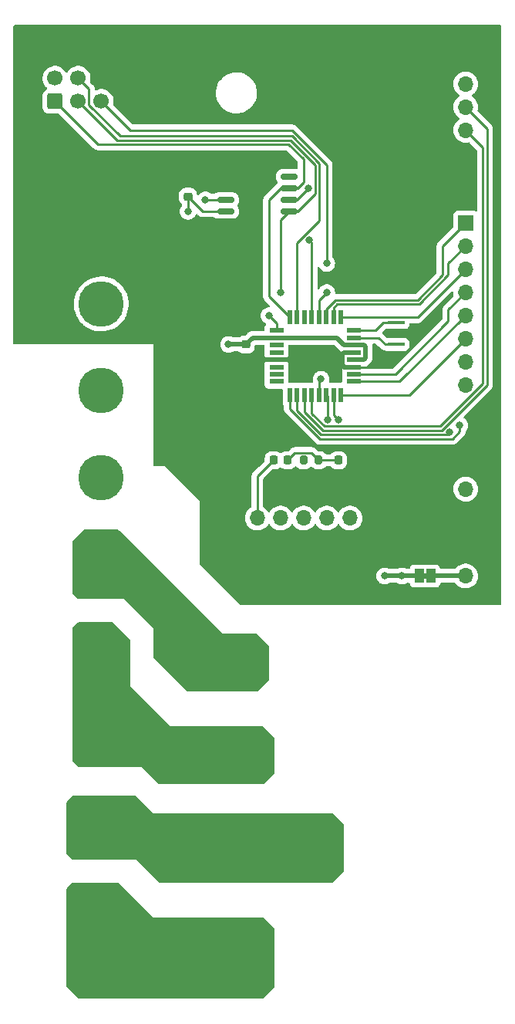
<source format=gtl>
G04 #@! TF.GenerationSoftware,KiCad,Pcbnew,6.0.1-79c1e3a40b~116~ubuntu21.04.1*
G04 #@! TF.CreationDate,2022-02-15T15:37:07-05:00*
G04 #@! TF.ProjectId,oven,6f76656e-2e6b-4696-9361-645f70636258,1.0*
G04 #@! TF.SameCoordinates,Original*
G04 #@! TF.FileFunction,Copper,L1,Top*
G04 #@! TF.FilePolarity,Positive*
%FSLAX46Y46*%
G04 Gerber Fmt 4.6, Leading zero omitted, Abs format (unit mm)*
G04 Created by KiCad (PCBNEW 6.0.1-79c1e3a40b~116~ubuntu21.04.1) date 2022-02-15 15:37:07*
%MOMM*%
%LPD*%
G01*
G04 APERTURE LIST*
G04 Aperture macros list*
%AMRoundRect*
0 Rectangle with rounded corners*
0 $1 Rounding radius*
0 $2 $3 $4 $5 $6 $7 $8 $9 X,Y pos of 4 corners*
0 Add a 4 corners polygon primitive as box body*
4,1,4,$2,$3,$4,$5,$6,$7,$8,$9,$2,$3,0*
0 Add four circle primitives for the rounded corners*
1,1,$1+$1,$2,$3*
1,1,$1+$1,$4,$5*
1,1,$1+$1,$6,$7*
1,1,$1+$1,$8,$9*
0 Add four rect primitives between the rounded corners*
20,1,$1+$1,$2,$3,$4,$5,0*
20,1,$1+$1,$4,$5,$6,$7,0*
20,1,$1+$1,$6,$7,$8,$9,0*
20,1,$1+$1,$8,$9,$2,$3,0*%
G04 Aperture macros list end*
G04 #@! TA.AperFunction,ComponentPad*
%ADD10O,1.700000X1.700000*%
G04 #@! TD*
G04 #@! TA.AperFunction,ComponentPad*
%ADD11R,1.700000X1.700000*%
G04 #@! TD*
G04 #@! TA.AperFunction,SMDPad,CuDef*
%ADD12R,1.900000X0.400000*%
G04 #@! TD*
G04 #@! TA.AperFunction,SMDPad,CuDef*
%ADD13RoundRect,0.150000X-0.800000X-0.150000X0.800000X-0.150000X0.800000X0.150000X-0.800000X0.150000X0*%
G04 #@! TD*
G04 #@! TA.AperFunction,SMDPad,CuDef*
%ADD14RoundRect,0.200000X-0.200000X-0.275000X0.200000X-0.275000X0.200000X0.275000X-0.200000X0.275000X0*%
G04 #@! TD*
G04 #@! TA.AperFunction,SMDPad,CuDef*
%ADD15R,1.000000X1.500000*%
G04 #@! TD*
G04 #@! TA.AperFunction,ComponentPad*
%ADD16C,1.700000*%
G04 #@! TD*
G04 #@! TA.AperFunction,ComponentPad*
%ADD17RoundRect,0.250000X0.600000X-0.600000X0.600000X0.600000X-0.600000X0.600000X-0.600000X-0.600000X0*%
G04 #@! TD*
G04 #@! TA.AperFunction,ComponentPad*
%ADD18C,3.900000*%
G04 #@! TD*
G04 #@! TA.AperFunction,ComponentPad*
%ADD19RoundRect,0.250002X-1.699998X-1.699998X1.699998X-1.699998X1.699998X1.699998X-1.699998X1.699998X0*%
G04 #@! TD*
G04 #@! TA.AperFunction,ComponentPad*
%ADD20RoundRect,0.250002X1.699998X-1.699998X1.699998X1.699998X-1.699998X1.699998X-1.699998X-1.699998X0*%
G04 #@! TD*
G04 #@! TA.AperFunction,SMDPad,CuDef*
%ADD21RoundRect,0.225000X0.250000X-0.225000X0.250000X0.225000X-0.250000X0.225000X-0.250000X-0.225000X0*%
G04 #@! TD*
G04 #@! TA.AperFunction,SMDPad,CuDef*
%ADD22RoundRect,0.225000X-0.225000X-0.250000X0.225000X-0.250000X0.225000X0.250000X-0.225000X0.250000X0*%
G04 #@! TD*
G04 #@! TA.AperFunction,SMDPad,CuDef*
%ADD23RoundRect,0.225000X0.225000X0.250000X-0.225000X0.250000X-0.225000X-0.250000X0.225000X-0.250000X0*%
G04 #@! TD*
G04 #@! TA.AperFunction,SMDPad,CuDef*
%ADD24RoundRect,0.225000X-0.250000X0.225000X-0.250000X-0.225000X0.250000X-0.225000X0.250000X0.225000X0*%
G04 #@! TD*
G04 #@! TA.AperFunction,ComponentPad*
%ADD25C,0.800000*%
G04 #@! TD*
G04 #@! TA.AperFunction,ComponentPad*
%ADD26C,7.000000*%
G04 #@! TD*
G04 #@! TA.AperFunction,ComponentPad*
%ADD27C,5.000000*%
G04 #@! TD*
G04 #@! TA.AperFunction,SMDPad,CuDef*
%ADD28R,0.550000X1.600000*%
G04 #@! TD*
G04 #@! TA.AperFunction,SMDPad,CuDef*
%ADD29R,1.600000X0.550000*%
G04 #@! TD*
G04 #@! TA.AperFunction,ViaPad*
%ADD30C,0.800000*%
G04 #@! TD*
G04 #@! TA.AperFunction,Conductor*
%ADD31C,0.250000*%
G04 #@! TD*
G04 #@! TA.AperFunction,Conductor*
%ADD32C,0.500000*%
G04 #@! TD*
G04 APERTURE END LIST*
G36*
X100565000Y-115870000D02*
G01*
X100065000Y-115870000D01*
X100065000Y-115270000D01*
X100565000Y-115270000D01*
X100565000Y-115870000D01*
G37*
D10*
X104775000Y-106045000D03*
D11*
X104775000Y-103505000D03*
D10*
X104775000Y-115570000D03*
D11*
X104775000Y-113030000D03*
D10*
X104775000Y-94615000D03*
X104775000Y-92075000D03*
X104775000Y-89535000D03*
X104775000Y-86995000D03*
X104775000Y-84455000D03*
X104775000Y-81915000D03*
X104775000Y-79375000D03*
D11*
X104775000Y-76835000D03*
D12*
X97155000Y-90170000D03*
X97155000Y-88970000D03*
X97155000Y-87770000D03*
D13*
X85415000Y-71755000D03*
X85415000Y-73025000D03*
X85415000Y-74295000D03*
X85415000Y-75565000D03*
X78415000Y-75565000D03*
X78415000Y-74295000D03*
X78415000Y-73025000D03*
X78415000Y-71755000D03*
D14*
X88645000Y-102870000D03*
X86995000Y-102870000D03*
D15*
X100965000Y-115570000D03*
X99665000Y-115570000D03*
D10*
X81915000Y-109220000D03*
X84455000Y-109220000D03*
X86995000Y-109220000D03*
X89535000Y-109220000D03*
X92075000Y-109220000D03*
D11*
X94615000Y-109220000D03*
D16*
X64770000Y-60960000D03*
X62230000Y-60960000D03*
X59690000Y-60960000D03*
X64770000Y-63500000D03*
X62230000Y-63500000D03*
D17*
X59690000Y-63500000D03*
D10*
X104775000Y-66675000D03*
X104775000Y-64135000D03*
X104775000Y-61595000D03*
D11*
X104775000Y-59055000D03*
D18*
X87810000Y-145415000D03*
D19*
X80010000Y-145415000D03*
D20*
X80010000Y-125095000D03*
X80010000Y-135255000D03*
D21*
X80645000Y-90170000D03*
X80645000Y-91720000D03*
D22*
X85230000Y-102870000D03*
X83680000Y-102870000D03*
D23*
X90805000Y-102870000D03*
X92355000Y-102870000D03*
D24*
X74295000Y-73940000D03*
X74295000Y-72390000D03*
D25*
X81466155Y-155703845D03*
X79610000Y-154935000D03*
X77753845Y-155703845D03*
X76985000Y-157560000D03*
X77753845Y-159416155D03*
X79610000Y-160185000D03*
X81466155Y-159416155D03*
X82235000Y-157560000D03*
D26*
X79610000Y-157560000D03*
D27*
X64770000Y-152400000D03*
X64770000Y-142875000D03*
X64770000Y-133350000D03*
X64770000Y-123825000D03*
X64770000Y-114300000D03*
X64770000Y-104775000D03*
X64770000Y-95250000D03*
X64770000Y-85725000D03*
X64770000Y-76200000D03*
D28*
X91065000Y-95690000D03*
X90265000Y-95690000D03*
X89465000Y-95690000D03*
X88665000Y-95690000D03*
X87865000Y-95690000D03*
X87065000Y-95690000D03*
X86265000Y-95690000D03*
X85465000Y-95690000D03*
D29*
X84015000Y-94240000D03*
X84015000Y-93440000D03*
X84015000Y-92640000D03*
X84015000Y-91840000D03*
X84015000Y-91040000D03*
X84015000Y-90240000D03*
X84015000Y-89440000D03*
X84015000Y-88640000D03*
D28*
X85465000Y-87190000D03*
X86265000Y-87190000D03*
X87065000Y-87190000D03*
X87865000Y-87190000D03*
X88665000Y-87190000D03*
X89465000Y-87190000D03*
X90265000Y-87190000D03*
X91065000Y-87190000D03*
D29*
X92515000Y-88640000D03*
X92515000Y-89440000D03*
X92515000Y-90240000D03*
X92515000Y-91040000D03*
X92515000Y-91840000D03*
X92515000Y-92640000D03*
X92515000Y-93440000D03*
X92515000Y-94240000D03*
D30*
X97790000Y-115570000D03*
X95885000Y-115570000D03*
X86995000Y-102870000D03*
X74295000Y-75565000D03*
X78740000Y-90170000D03*
X88645000Y-102870000D03*
X88900000Y-93980000D03*
X89535000Y-81280000D03*
X76200000Y-74295000D03*
X89535000Y-84455000D03*
X102982859Y-99807859D03*
X104140000Y-99060000D03*
X83185000Y-86995000D03*
X84455000Y-84455000D03*
X90805000Y-98425000D03*
X89625000Y-98425000D03*
X87540000Y-73025000D03*
X87630000Y-78740000D03*
D31*
X97155000Y-88970000D02*
X99130000Y-88970000D01*
X99130000Y-88970000D02*
X99695000Y-89535000D01*
X96590000Y-92640000D02*
X92515000Y-92640000D01*
X99695000Y-89535000D02*
X96590000Y-92640000D01*
X91654998Y-92640000D02*
X92515000Y-92640000D01*
X90854998Y-91840000D02*
X91654998Y-92640000D01*
X84015000Y-91840000D02*
X90854998Y-91840000D01*
D32*
X91264999Y-92475001D02*
X91429998Y-92640000D01*
X91429998Y-91040000D02*
X91264999Y-91204999D01*
X91264999Y-91204999D02*
X91264999Y-92475001D01*
X92515000Y-91040000D02*
X91429998Y-91040000D01*
X90629998Y-91840000D02*
X84015000Y-91840000D01*
X91429998Y-92640000D02*
X90629998Y-91840000D01*
X92515000Y-92640000D02*
X91429998Y-92640000D01*
X80765000Y-91840000D02*
X80645000Y-91720000D01*
X84015000Y-91840000D02*
X80765000Y-91840000D01*
X99665000Y-115570000D02*
X97790000Y-115570000D01*
X95885000Y-115570000D02*
X97790000Y-115570000D01*
D31*
X75920000Y-75565000D02*
X78415000Y-75565000D01*
X74295000Y-73940000D02*
X75920000Y-75565000D01*
X74295000Y-73940000D02*
X74295000Y-75565000D01*
D32*
X78740000Y-90170000D02*
X80645000Y-90170000D01*
X81375000Y-89440000D02*
X84015000Y-89440000D01*
X80645000Y-90170000D02*
X81375000Y-89440000D01*
X91429998Y-90240000D02*
X92515000Y-90240000D01*
X90629998Y-89440000D02*
X91429998Y-90240000D01*
X84015000Y-89440000D02*
X90629998Y-89440000D01*
X93765001Y-91675001D02*
X93600002Y-91840000D01*
X93765001Y-90404999D02*
X93765001Y-91675001D01*
X93600002Y-90240000D02*
X93765001Y-90404999D01*
X93600002Y-91840000D02*
X92515000Y-91840000D01*
X92515000Y-90240000D02*
X93600002Y-90240000D01*
D31*
X94875000Y-88640000D02*
X95745000Y-87770000D01*
X92515000Y-88640000D02*
X94875000Y-88640000D01*
X95745000Y-87770000D02*
X97155000Y-87770000D01*
X95225000Y-89440000D02*
X92515000Y-89440000D01*
X95955000Y-90170000D02*
X95225000Y-89440000D01*
X97155000Y-90170000D02*
X95955000Y-90170000D01*
X88645000Y-102870000D02*
X90805000Y-102870000D01*
X87844990Y-102069990D02*
X88645000Y-102870000D01*
X86030010Y-102069990D02*
X87844990Y-102069990D01*
X85230000Y-102870000D02*
X86030010Y-102069990D01*
X88665000Y-94215000D02*
X88900000Y-93980000D01*
X88665000Y-95690000D02*
X88665000Y-94215000D01*
X64770000Y-63500000D02*
X67945000Y-66675000D01*
X85727820Y-66675000D02*
X89535000Y-70482180D01*
X67945000Y-66675000D02*
X85727820Y-66675000D01*
X89535000Y-70482180D02*
X89535000Y-81280000D01*
X81915000Y-104635000D02*
X83680000Y-102870000D01*
X81915000Y-109220000D02*
X81915000Y-104635000D01*
D32*
X100965000Y-115570000D02*
X104775000Y-115570000D01*
D31*
X78415000Y-74295000D02*
X76200000Y-74295000D01*
X88665000Y-85325000D02*
X89535000Y-84455000D01*
X88665000Y-87190000D02*
X88665000Y-85325000D01*
X104775000Y-66675000D02*
X106680000Y-68580000D01*
X87865000Y-97738002D02*
X87865000Y-95690000D01*
X89276999Y-99150001D02*
X87865000Y-97738002D01*
X106680000Y-94449002D02*
X101979001Y-99150001D01*
X101979001Y-99150001D02*
X89276999Y-99150001D01*
X106680000Y-68580000D02*
X106680000Y-94449002D01*
X107130010Y-94635402D02*
X107130010Y-66490010D01*
X107130010Y-66490010D02*
X104775000Y-64135000D01*
X102165402Y-99600010D02*
X107130010Y-94635402D01*
X87065000Y-97574412D02*
X89090599Y-99600011D01*
X89090599Y-99600011D02*
X102165402Y-99600010D01*
X87065000Y-95690000D02*
X87065000Y-97574412D01*
X90493599Y-85274991D02*
X89465000Y-86303590D01*
X102235000Y-82548590D02*
X99508600Y-85274990D01*
X89465000Y-86303590D02*
X89465000Y-87190000D01*
X99508600Y-85274990D02*
X90493599Y-85274991D01*
X102235000Y-79375000D02*
X102235000Y-82548590D01*
X104775000Y-76835000D02*
X102235000Y-79375000D01*
X90265000Y-87190000D02*
X90265000Y-86140000D01*
X90265000Y-86140000D02*
X90680000Y-85725000D01*
X90680000Y-85725000D02*
X99695000Y-85725000D01*
X99695000Y-85725000D02*
X102870000Y-82550000D01*
X102870000Y-81280000D02*
X104775000Y-79375000D01*
X102870000Y-82550000D02*
X102870000Y-81280000D01*
X99500000Y-87190000D02*
X104775000Y-81915000D01*
X91065000Y-87190000D02*
X99500000Y-87190000D01*
X104775000Y-84455000D02*
X102870000Y-86360000D01*
X97060000Y-93440000D02*
X92515000Y-93440000D01*
X102870000Y-87630000D02*
X97060000Y-93440000D01*
X102870000Y-86360000D02*
X102870000Y-87630000D01*
X97530000Y-94240000D02*
X104775000Y-86995000D01*
X92515000Y-94240000D02*
X97530000Y-94240000D01*
X98620000Y-95690000D02*
X104775000Y-89535000D01*
X91065000Y-95690000D02*
X98620000Y-95690000D01*
X102740698Y-100050020D02*
X102982859Y-99807859D01*
X88904200Y-100050020D02*
X102740698Y-100050020D01*
X86265000Y-97410820D02*
X88904200Y-100050020D01*
X86265000Y-95690000D02*
X86265000Y-97410820D01*
X85465000Y-97247230D02*
X85465000Y-95690000D01*
X88750630Y-100532860D02*
X85465000Y-97247230D01*
X103330860Y-100532860D02*
X88750630Y-100532860D01*
X104140000Y-99723720D02*
X103330860Y-100532860D01*
X104140000Y-99060000D02*
X104140000Y-99723720D01*
X88715009Y-70298599D02*
X85726410Y-67310000D01*
X88715009Y-76581989D02*
X88715009Y-70298599D01*
X86265000Y-79031998D02*
X88715009Y-76581989D01*
X86265000Y-87190000D02*
X86265000Y-79031998D01*
X63405001Y-62135001D02*
X62230000Y-60960000D01*
X63405001Y-63874003D02*
X63405001Y-62135001D01*
X66840998Y-67310000D02*
X63405001Y-63874003D01*
X85726410Y-67310000D02*
X66840998Y-67310000D01*
X66490010Y-67760010D02*
X85540010Y-67760010D01*
X62230000Y-63500000D02*
X66490010Y-67760010D01*
X85540010Y-67760010D02*
X88265000Y-70485000D01*
X88265000Y-73665000D02*
X88265000Y-70485000D01*
X86365000Y-75565000D02*
X88265000Y-73665000D01*
X85415000Y-75565000D02*
X86365000Y-75565000D01*
X84015000Y-87825000D02*
X83185000Y-86995000D01*
X84015000Y-88640000D02*
X84015000Y-87825000D01*
X84455000Y-76525000D02*
X85415000Y-75565000D01*
X84455000Y-84455000D02*
X84455000Y-76525000D01*
X86995000Y-72395000D02*
X86995000Y-69851410D01*
X86365000Y-73025000D02*
X86995000Y-72395000D01*
X85415000Y-73025000D02*
X86365000Y-73025000D01*
X64400020Y-68210020D02*
X59690000Y-63500000D01*
X85353610Y-68210020D02*
X64400020Y-68210020D01*
X86995000Y-69851410D02*
X85353610Y-68210020D01*
X84465000Y-73025000D02*
X83185000Y-74305000D01*
X85415000Y-73025000D02*
X84465000Y-73025000D01*
X83185000Y-84910000D02*
X85465000Y-87190000D01*
X83185000Y-74305000D02*
X83185000Y-84910000D01*
X90265000Y-97885000D02*
X90805000Y-98425000D01*
X90265000Y-95690000D02*
X90265000Y-97885000D01*
X89625000Y-95850000D02*
X89465000Y-95690000D01*
X89625000Y-98425000D02*
X89625000Y-95850000D01*
X86270000Y-74295000D02*
X87540000Y-73025000D01*
X85415000Y-74295000D02*
X86270000Y-74295000D01*
X87865000Y-78975000D02*
X87865000Y-87190000D01*
X87630000Y-78740000D02*
X87865000Y-78975000D01*
G04 #@! TA.AperFunction,Conductor*
G36*
X66690931Y-149245002D02*
G01*
X66711905Y-149261905D01*
X70485000Y-153035000D01*
X82497810Y-153035000D01*
X82565931Y-153055002D01*
X82586905Y-153071905D01*
X83783095Y-154268095D01*
X83817121Y-154330407D01*
X83820000Y-154357190D01*
X83820000Y-160602810D01*
X83799998Y-160670931D01*
X83783095Y-160691905D01*
X82586905Y-161888095D01*
X82524593Y-161922121D01*
X82497810Y-161925000D01*
X62282190Y-161925000D01*
X62214069Y-161904998D01*
X62193095Y-161888095D01*
X60996905Y-160691905D01*
X60962879Y-160629593D01*
X60960000Y-160602810D01*
X60960000Y-149912190D01*
X60980002Y-149844069D01*
X60996905Y-149823095D01*
X61558095Y-149261905D01*
X61620407Y-149227879D01*
X61647190Y-149225000D01*
X66622810Y-149225000D01*
X66690931Y-149245002D01*
G37*
G04 #@! TD.AperFunction*
G04 #@! TA.AperFunction,Conductor*
G36*
X68595931Y-139720002D02*
G01*
X68616905Y-139736905D01*
X70485000Y-141605000D01*
X90117810Y-141605000D01*
X90185931Y-141625002D01*
X90206905Y-141641905D01*
X91403095Y-142838095D01*
X91437121Y-142900407D01*
X91440000Y-142927190D01*
X91440000Y-147902810D01*
X91419998Y-147970931D01*
X91403095Y-147991905D01*
X90206905Y-149188095D01*
X90144593Y-149222121D01*
X90117810Y-149225000D01*
X71172190Y-149225000D01*
X71104069Y-149204998D01*
X71083095Y-149188095D01*
X68580000Y-146685000D01*
X61647190Y-146685000D01*
X61579069Y-146664998D01*
X61558095Y-146648095D01*
X60996905Y-146086905D01*
X60962879Y-146024593D01*
X60960000Y-145997810D01*
X60960000Y-140387190D01*
X60980002Y-140319069D01*
X60996905Y-140298095D01*
X61558095Y-139736905D01*
X61620407Y-139702879D01*
X61647190Y-139700000D01*
X68527810Y-139700000D01*
X68595931Y-139720002D01*
G37*
G04 #@! TD.AperFunction*
G04 #@! TA.AperFunction,Conductor*
G36*
X66055931Y-120670002D02*
G01*
X66076905Y-120686905D01*
X67908095Y-122518095D01*
X67942121Y-122580407D01*
X67945000Y-122607190D01*
X67945000Y-127635000D01*
X72390000Y-132080000D01*
X82497810Y-132080000D01*
X82565931Y-132100002D01*
X82586905Y-132116905D01*
X83783095Y-133313095D01*
X83817121Y-133375407D01*
X83820000Y-133402190D01*
X83820000Y-137107810D01*
X83799998Y-137175931D01*
X83783095Y-137196905D01*
X82586905Y-138393095D01*
X82524593Y-138427121D01*
X82497810Y-138430000D01*
X71172190Y-138430000D01*
X71104069Y-138409998D01*
X71083095Y-138393095D01*
X69215000Y-136525000D01*
X62282190Y-136525000D01*
X62214069Y-136504998D01*
X62193095Y-136488095D01*
X61631905Y-135926905D01*
X61597879Y-135864593D01*
X61595000Y-135837810D01*
X61595000Y-121337190D01*
X61615002Y-121269069D01*
X61631905Y-121248095D01*
X62193095Y-120686905D01*
X62255407Y-120652879D01*
X62282190Y-120650000D01*
X65987810Y-120650000D01*
X66055931Y-120670002D01*
G37*
G04 #@! TD.AperFunction*
G04 #@! TA.AperFunction,Conductor*
G36*
X66690931Y-110510002D02*
G01*
X66711905Y-110526905D01*
X78105000Y-121920000D01*
X81862810Y-121920000D01*
X81930931Y-121940002D01*
X81951905Y-121956905D01*
X83148095Y-123153095D01*
X83182121Y-123215407D01*
X83185000Y-123242190D01*
X83185000Y-126947810D01*
X83164998Y-127015931D01*
X83148095Y-127036905D01*
X81951905Y-128233095D01*
X81889593Y-128267121D01*
X81862810Y-128270000D01*
X74347190Y-128270000D01*
X74279069Y-128249998D01*
X74258095Y-128233095D01*
X70521905Y-124496905D01*
X70487879Y-124434593D01*
X70485000Y-124407810D01*
X70485000Y-121285000D01*
X67310000Y-118110000D01*
X62282190Y-118110000D01*
X62214069Y-118089998D01*
X62193095Y-118073095D01*
X61631905Y-117511905D01*
X61597879Y-117449593D01*
X61595000Y-117422810D01*
X61595000Y-111812190D01*
X61615002Y-111744069D01*
X61631905Y-111723095D01*
X62828095Y-110526905D01*
X62890407Y-110492879D01*
X62917190Y-110490000D01*
X66622810Y-110490000D01*
X66690931Y-110510002D01*
G37*
G04 #@! TD.AperFunction*
G04 #@! TA.AperFunction,Conductor*
G36*
X108654121Y-55138002D02*
G01*
X108700614Y-55191658D01*
X108712000Y-55244000D01*
X108712000Y-118619000D01*
X108691998Y-118687121D01*
X108638342Y-118733614D01*
X108586000Y-118745000D01*
X80062190Y-118745000D01*
X79994069Y-118724998D01*
X79973095Y-118708095D01*
X76835000Y-115570000D01*
X94971496Y-115570000D01*
X94972186Y-115576565D01*
X94978844Y-115639908D01*
X94991458Y-115759928D01*
X95050473Y-115941556D01*
X95145960Y-116106944D01*
X95273747Y-116248866D01*
X95299309Y-116267438D01*
X95422904Y-116357235D01*
X95428248Y-116361118D01*
X95434276Y-116363802D01*
X95434278Y-116363803D01*
X95534681Y-116408505D01*
X95602712Y-116438794D01*
X95689009Y-116457137D01*
X95783056Y-116477128D01*
X95783061Y-116477128D01*
X95789513Y-116478500D01*
X95980487Y-116478500D01*
X95986939Y-116477128D01*
X95986944Y-116477128D01*
X96080991Y-116457137D01*
X96167288Y-116438794D01*
X96235319Y-116408505D01*
X96335722Y-116363803D01*
X96335724Y-116363802D01*
X96341752Y-116361118D01*
X96347091Y-116357239D01*
X96347098Y-116357235D01*
X96353528Y-116352563D01*
X96427587Y-116328500D01*
X97247413Y-116328500D01*
X97321472Y-116352563D01*
X97327902Y-116357235D01*
X97327909Y-116357239D01*
X97333248Y-116361118D01*
X97339276Y-116363802D01*
X97339278Y-116363803D01*
X97439681Y-116408505D01*
X97507712Y-116438794D01*
X97594009Y-116457137D01*
X97688056Y-116477128D01*
X97688061Y-116477128D01*
X97694513Y-116478500D01*
X97885487Y-116478500D01*
X97891939Y-116477128D01*
X97891944Y-116477128D01*
X97985991Y-116457137D01*
X98072288Y-116438794D01*
X98140319Y-116408505D01*
X98240722Y-116363803D01*
X98240724Y-116363802D01*
X98246752Y-116361118D01*
X98252091Y-116357239D01*
X98252098Y-116357235D01*
X98258528Y-116352563D01*
X98332587Y-116328500D01*
X98540507Y-116328500D01*
X98608628Y-116348502D01*
X98655121Y-116402158D01*
X98662543Y-116423763D01*
X98663255Y-116430316D01*
X98666027Y-116437711D01*
X98666028Y-116437714D01*
X98680804Y-116477128D01*
X98714385Y-116566705D01*
X98801739Y-116683261D01*
X98918295Y-116770615D01*
X99054684Y-116821745D01*
X99116866Y-116828500D01*
X100213134Y-116828500D01*
X100275316Y-116821745D01*
X100282715Y-116818971D01*
X100285854Y-116818225D01*
X100344146Y-116818225D01*
X100347285Y-116818971D01*
X100354684Y-116821745D01*
X100416866Y-116828500D01*
X101513134Y-116828500D01*
X101575316Y-116821745D01*
X101711705Y-116770615D01*
X101828261Y-116683261D01*
X101915615Y-116566705D01*
X101949196Y-116477128D01*
X101963972Y-116437714D01*
X101963973Y-116437711D01*
X101966745Y-116430316D01*
X101967372Y-116424547D01*
X102002126Y-116363709D01*
X102065081Y-116330887D01*
X102089493Y-116328500D01*
X103577491Y-116328500D01*
X103645612Y-116348502D01*
X103674402Y-116375595D01*
X103674987Y-116375088D01*
X103821250Y-116543938D01*
X103993126Y-116686632D01*
X104186000Y-116799338D01*
X104190825Y-116801180D01*
X104190826Y-116801181D01*
X104244678Y-116821745D01*
X104394692Y-116879030D01*
X104399760Y-116880061D01*
X104399763Y-116880062D01*
X104507017Y-116901883D01*
X104613597Y-116923567D01*
X104618772Y-116923757D01*
X104618774Y-116923757D01*
X104831673Y-116931564D01*
X104831677Y-116931564D01*
X104836837Y-116931753D01*
X104841957Y-116931097D01*
X104841959Y-116931097D01*
X105053288Y-116904025D01*
X105053289Y-116904025D01*
X105058416Y-116903368D01*
X105063366Y-116901883D01*
X105267429Y-116840661D01*
X105267434Y-116840659D01*
X105272384Y-116839174D01*
X105472994Y-116740896D01*
X105654860Y-116611173D01*
X105813096Y-116453489D01*
X105822670Y-116440166D01*
X105940435Y-116276277D01*
X105943453Y-116272077D01*
X105953006Y-116252749D01*
X106040136Y-116076453D01*
X106040137Y-116076451D01*
X106042430Y-116071811D01*
X106107370Y-115858069D01*
X106136529Y-115636590D01*
X106138156Y-115570000D01*
X106119852Y-115347361D01*
X106065431Y-115130702D01*
X105976354Y-114925840D01*
X105900840Y-114809113D01*
X105857822Y-114742617D01*
X105857820Y-114742614D01*
X105855014Y-114738277D01*
X105704670Y-114573051D01*
X105700619Y-114569852D01*
X105700615Y-114569848D01*
X105533414Y-114437800D01*
X105533410Y-114437798D01*
X105529359Y-114434598D01*
X105333789Y-114326638D01*
X105328920Y-114324914D01*
X105328916Y-114324912D01*
X105128087Y-114253795D01*
X105128083Y-114253794D01*
X105123212Y-114252069D01*
X105118119Y-114251162D01*
X105118116Y-114251161D01*
X104908373Y-114213800D01*
X104908367Y-114213799D01*
X104903284Y-114212894D01*
X104829452Y-114211992D01*
X104685081Y-114210228D01*
X104685079Y-114210228D01*
X104679911Y-114210165D01*
X104459091Y-114243955D01*
X104246756Y-114313357D01*
X104048607Y-114416507D01*
X104044474Y-114419610D01*
X104044471Y-114419612D01*
X103874100Y-114547530D01*
X103869965Y-114550635D01*
X103715629Y-114712138D01*
X103685363Y-114756507D01*
X103630455Y-114801507D01*
X103581277Y-114811500D01*
X102089493Y-114811500D01*
X102021372Y-114791498D01*
X101974879Y-114737842D01*
X101967457Y-114716237D01*
X101966745Y-114709684D01*
X101963053Y-114699834D01*
X101918767Y-114581703D01*
X101915615Y-114573295D01*
X101828261Y-114456739D01*
X101711705Y-114369385D01*
X101575316Y-114318255D01*
X101513134Y-114311500D01*
X100416866Y-114311500D01*
X100354684Y-114318255D01*
X100347285Y-114321029D01*
X100344146Y-114321775D01*
X100285854Y-114321775D01*
X100282715Y-114321029D01*
X100275316Y-114318255D01*
X100213134Y-114311500D01*
X99116866Y-114311500D01*
X99054684Y-114318255D01*
X98918295Y-114369385D01*
X98801739Y-114456739D01*
X98714385Y-114573295D01*
X98711233Y-114581703D01*
X98666948Y-114699834D01*
X98663255Y-114709684D01*
X98662628Y-114715453D01*
X98627874Y-114776291D01*
X98564919Y-114809113D01*
X98540507Y-114811500D01*
X98332587Y-114811500D01*
X98258528Y-114787437D01*
X98252098Y-114782765D01*
X98252091Y-114782761D01*
X98246752Y-114778882D01*
X98240724Y-114776198D01*
X98240722Y-114776197D01*
X98078319Y-114703891D01*
X98078318Y-114703891D01*
X98072288Y-114701206D01*
X97978887Y-114681353D01*
X97891944Y-114662872D01*
X97891939Y-114662872D01*
X97885487Y-114661500D01*
X97694513Y-114661500D01*
X97688061Y-114662872D01*
X97688056Y-114662872D01*
X97601113Y-114681353D01*
X97507712Y-114701206D01*
X97501682Y-114703891D01*
X97501681Y-114703891D01*
X97339278Y-114776197D01*
X97339276Y-114776198D01*
X97333248Y-114778882D01*
X97327909Y-114782761D01*
X97327902Y-114782765D01*
X97321472Y-114787437D01*
X97247413Y-114811500D01*
X96427587Y-114811500D01*
X96353528Y-114787437D01*
X96347098Y-114782765D01*
X96347091Y-114782761D01*
X96341752Y-114778882D01*
X96335724Y-114776198D01*
X96335722Y-114776197D01*
X96173319Y-114703891D01*
X96173318Y-114703891D01*
X96167288Y-114701206D01*
X96073887Y-114681353D01*
X95986944Y-114662872D01*
X95986939Y-114662872D01*
X95980487Y-114661500D01*
X95789513Y-114661500D01*
X95783061Y-114662872D01*
X95783056Y-114662872D01*
X95696113Y-114681353D01*
X95602712Y-114701206D01*
X95596682Y-114703891D01*
X95596681Y-114703891D01*
X95434278Y-114776197D01*
X95434276Y-114776198D01*
X95428248Y-114778882D01*
X95422907Y-114782762D01*
X95422906Y-114782763D01*
X95397107Y-114801507D01*
X95273747Y-114891134D01*
X95269326Y-114896044D01*
X95269325Y-114896045D01*
X95242498Y-114925840D01*
X95145960Y-115033056D01*
X95050473Y-115198444D01*
X94991458Y-115380072D01*
X94971496Y-115570000D01*
X76835000Y-115570000D01*
X75601905Y-114336905D01*
X75567879Y-114274593D01*
X75565000Y-114247810D01*
X75565000Y-109186695D01*
X80552251Y-109186695D01*
X80552548Y-109191848D01*
X80552548Y-109191851D01*
X80558011Y-109286590D01*
X80565110Y-109409715D01*
X80566247Y-109414761D01*
X80566248Y-109414767D01*
X80586119Y-109502939D01*
X80614222Y-109627639D01*
X80698266Y-109834616D01*
X80749019Y-109917438D01*
X80812291Y-110020688D01*
X80814987Y-110025088D01*
X80961250Y-110193938D01*
X81133126Y-110336632D01*
X81326000Y-110449338D01*
X81534692Y-110529030D01*
X81539760Y-110530061D01*
X81539763Y-110530062D01*
X81647017Y-110551883D01*
X81753597Y-110573567D01*
X81758772Y-110573757D01*
X81758774Y-110573757D01*
X81971673Y-110581564D01*
X81971677Y-110581564D01*
X81976837Y-110581753D01*
X81981957Y-110581097D01*
X81981959Y-110581097D01*
X82193288Y-110554025D01*
X82193289Y-110554025D01*
X82198416Y-110553368D01*
X82203366Y-110551883D01*
X82407429Y-110490661D01*
X82407434Y-110490659D01*
X82412384Y-110489174D01*
X82612994Y-110390896D01*
X82794860Y-110261173D01*
X82953096Y-110103489D01*
X83012594Y-110020689D01*
X83083453Y-109922077D01*
X83084776Y-109923028D01*
X83131645Y-109879857D01*
X83201580Y-109867625D01*
X83267026Y-109895144D01*
X83294875Y-109926994D01*
X83354987Y-110025088D01*
X83501250Y-110193938D01*
X83673126Y-110336632D01*
X83866000Y-110449338D01*
X84074692Y-110529030D01*
X84079760Y-110530061D01*
X84079763Y-110530062D01*
X84187017Y-110551883D01*
X84293597Y-110573567D01*
X84298772Y-110573757D01*
X84298774Y-110573757D01*
X84511673Y-110581564D01*
X84511677Y-110581564D01*
X84516837Y-110581753D01*
X84521957Y-110581097D01*
X84521959Y-110581097D01*
X84733288Y-110554025D01*
X84733289Y-110554025D01*
X84738416Y-110553368D01*
X84743366Y-110551883D01*
X84947429Y-110490661D01*
X84947434Y-110490659D01*
X84952384Y-110489174D01*
X85152994Y-110390896D01*
X85334860Y-110261173D01*
X85493096Y-110103489D01*
X85552594Y-110020689D01*
X85623453Y-109922077D01*
X85624776Y-109923028D01*
X85671645Y-109879857D01*
X85741580Y-109867625D01*
X85807026Y-109895144D01*
X85834875Y-109926994D01*
X85894987Y-110025088D01*
X86041250Y-110193938D01*
X86213126Y-110336632D01*
X86406000Y-110449338D01*
X86614692Y-110529030D01*
X86619760Y-110530061D01*
X86619763Y-110530062D01*
X86727017Y-110551883D01*
X86833597Y-110573567D01*
X86838772Y-110573757D01*
X86838774Y-110573757D01*
X87051673Y-110581564D01*
X87051677Y-110581564D01*
X87056837Y-110581753D01*
X87061957Y-110581097D01*
X87061959Y-110581097D01*
X87273288Y-110554025D01*
X87273289Y-110554025D01*
X87278416Y-110553368D01*
X87283366Y-110551883D01*
X87487429Y-110490661D01*
X87487434Y-110490659D01*
X87492384Y-110489174D01*
X87692994Y-110390896D01*
X87874860Y-110261173D01*
X88033096Y-110103489D01*
X88092594Y-110020689D01*
X88163453Y-109922077D01*
X88164776Y-109923028D01*
X88211645Y-109879857D01*
X88281580Y-109867625D01*
X88347026Y-109895144D01*
X88374875Y-109926994D01*
X88434987Y-110025088D01*
X88581250Y-110193938D01*
X88753126Y-110336632D01*
X88946000Y-110449338D01*
X89154692Y-110529030D01*
X89159760Y-110530061D01*
X89159763Y-110530062D01*
X89267017Y-110551883D01*
X89373597Y-110573567D01*
X89378772Y-110573757D01*
X89378774Y-110573757D01*
X89591673Y-110581564D01*
X89591677Y-110581564D01*
X89596837Y-110581753D01*
X89601957Y-110581097D01*
X89601959Y-110581097D01*
X89813288Y-110554025D01*
X89813289Y-110554025D01*
X89818416Y-110553368D01*
X89823366Y-110551883D01*
X90027429Y-110490661D01*
X90027434Y-110490659D01*
X90032384Y-110489174D01*
X90232994Y-110390896D01*
X90414860Y-110261173D01*
X90573096Y-110103489D01*
X90632594Y-110020689D01*
X90703453Y-109922077D01*
X90704776Y-109923028D01*
X90751645Y-109879857D01*
X90821580Y-109867625D01*
X90887026Y-109895144D01*
X90914875Y-109926994D01*
X90974987Y-110025088D01*
X91121250Y-110193938D01*
X91293126Y-110336632D01*
X91486000Y-110449338D01*
X91694692Y-110529030D01*
X91699760Y-110530061D01*
X91699763Y-110530062D01*
X91807017Y-110551883D01*
X91913597Y-110573567D01*
X91918772Y-110573757D01*
X91918774Y-110573757D01*
X92131673Y-110581564D01*
X92131677Y-110581564D01*
X92136837Y-110581753D01*
X92141957Y-110581097D01*
X92141959Y-110581097D01*
X92353288Y-110554025D01*
X92353289Y-110554025D01*
X92358416Y-110553368D01*
X92363366Y-110551883D01*
X92567429Y-110490661D01*
X92567434Y-110490659D01*
X92572384Y-110489174D01*
X92772994Y-110390896D01*
X92954860Y-110261173D01*
X93113096Y-110103489D01*
X93172594Y-110020689D01*
X93240435Y-109926277D01*
X93243453Y-109922077D01*
X93264320Y-109879857D01*
X93340136Y-109726453D01*
X93340137Y-109726451D01*
X93342430Y-109721811D01*
X93407370Y-109508069D01*
X93436529Y-109286590D01*
X93438156Y-109220000D01*
X93419852Y-108997361D01*
X93365431Y-108780702D01*
X93276354Y-108575840D01*
X93155014Y-108388277D01*
X93004670Y-108223051D01*
X93000619Y-108219852D01*
X93000615Y-108219848D01*
X92833414Y-108087800D01*
X92833410Y-108087798D01*
X92829359Y-108084598D01*
X92824831Y-108082098D01*
X92708988Y-108018150D01*
X92633789Y-107976638D01*
X92628920Y-107974914D01*
X92628916Y-107974912D01*
X92428087Y-107903795D01*
X92428083Y-107903794D01*
X92423212Y-107902069D01*
X92418119Y-107901162D01*
X92418116Y-107901161D01*
X92208373Y-107863800D01*
X92208367Y-107863799D01*
X92203284Y-107862894D01*
X92129452Y-107861992D01*
X91985081Y-107860228D01*
X91985079Y-107860228D01*
X91979911Y-107860165D01*
X91759091Y-107893955D01*
X91546756Y-107963357D01*
X91516443Y-107979137D01*
X91372975Y-108053822D01*
X91348607Y-108066507D01*
X91344474Y-108069610D01*
X91344471Y-108069612D01*
X91320247Y-108087800D01*
X91169965Y-108200635D01*
X91015629Y-108362138D01*
X90908201Y-108519621D01*
X90853293Y-108564621D01*
X90782768Y-108572792D01*
X90719021Y-108541538D01*
X90698324Y-108517054D01*
X90617822Y-108392617D01*
X90617820Y-108392614D01*
X90615014Y-108388277D01*
X90464670Y-108223051D01*
X90460619Y-108219852D01*
X90460615Y-108219848D01*
X90293414Y-108087800D01*
X90293410Y-108087798D01*
X90289359Y-108084598D01*
X90284831Y-108082098D01*
X90168988Y-108018150D01*
X90093789Y-107976638D01*
X90088920Y-107974914D01*
X90088916Y-107974912D01*
X89888087Y-107903795D01*
X89888083Y-107903794D01*
X89883212Y-107902069D01*
X89878119Y-107901162D01*
X89878116Y-107901161D01*
X89668373Y-107863800D01*
X89668367Y-107863799D01*
X89663284Y-107862894D01*
X89589452Y-107861992D01*
X89445081Y-107860228D01*
X89445079Y-107860228D01*
X89439911Y-107860165D01*
X89219091Y-107893955D01*
X89006756Y-107963357D01*
X88976443Y-107979137D01*
X88832975Y-108053822D01*
X88808607Y-108066507D01*
X88804474Y-108069610D01*
X88804471Y-108069612D01*
X88780247Y-108087800D01*
X88629965Y-108200635D01*
X88475629Y-108362138D01*
X88368201Y-108519621D01*
X88313293Y-108564621D01*
X88242768Y-108572792D01*
X88179021Y-108541538D01*
X88158324Y-108517054D01*
X88077822Y-108392617D01*
X88077820Y-108392614D01*
X88075014Y-108388277D01*
X87924670Y-108223051D01*
X87920619Y-108219852D01*
X87920615Y-108219848D01*
X87753414Y-108087800D01*
X87753410Y-108087798D01*
X87749359Y-108084598D01*
X87744831Y-108082098D01*
X87628988Y-108018150D01*
X87553789Y-107976638D01*
X87548920Y-107974914D01*
X87548916Y-107974912D01*
X87348087Y-107903795D01*
X87348083Y-107903794D01*
X87343212Y-107902069D01*
X87338119Y-107901162D01*
X87338116Y-107901161D01*
X87128373Y-107863800D01*
X87128367Y-107863799D01*
X87123284Y-107862894D01*
X87049452Y-107861992D01*
X86905081Y-107860228D01*
X86905079Y-107860228D01*
X86899911Y-107860165D01*
X86679091Y-107893955D01*
X86466756Y-107963357D01*
X86436443Y-107979137D01*
X86292975Y-108053822D01*
X86268607Y-108066507D01*
X86264474Y-108069610D01*
X86264471Y-108069612D01*
X86240247Y-108087800D01*
X86089965Y-108200635D01*
X85935629Y-108362138D01*
X85828201Y-108519621D01*
X85773293Y-108564621D01*
X85702768Y-108572792D01*
X85639021Y-108541538D01*
X85618324Y-108517054D01*
X85537822Y-108392617D01*
X85537820Y-108392614D01*
X85535014Y-108388277D01*
X85384670Y-108223051D01*
X85380619Y-108219852D01*
X85380615Y-108219848D01*
X85213414Y-108087800D01*
X85213410Y-108087798D01*
X85209359Y-108084598D01*
X85204831Y-108082098D01*
X85088988Y-108018150D01*
X85013789Y-107976638D01*
X85008920Y-107974914D01*
X85008916Y-107974912D01*
X84808087Y-107903795D01*
X84808083Y-107903794D01*
X84803212Y-107902069D01*
X84798119Y-107901162D01*
X84798116Y-107901161D01*
X84588373Y-107863800D01*
X84588367Y-107863799D01*
X84583284Y-107862894D01*
X84509452Y-107861992D01*
X84365081Y-107860228D01*
X84365079Y-107860228D01*
X84359911Y-107860165D01*
X84139091Y-107893955D01*
X83926756Y-107963357D01*
X83896443Y-107979137D01*
X83752975Y-108053822D01*
X83728607Y-108066507D01*
X83724474Y-108069610D01*
X83724471Y-108069612D01*
X83700247Y-108087800D01*
X83549965Y-108200635D01*
X83395629Y-108362138D01*
X83288201Y-108519621D01*
X83233293Y-108564621D01*
X83162768Y-108572792D01*
X83099021Y-108541538D01*
X83078324Y-108517054D01*
X82997822Y-108392617D01*
X82997820Y-108392614D01*
X82995014Y-108388277D01*
X82844670Y-108223051D01*
X82840619Y-108219852D01*
X82840615Y-108219848D01*
X82673414Y-108087800D01*
X82673410Y-108087798D01*
X82669359Y-108084598D01*
X82664835Y-108082101D01*
X82664831Y-108082098D01*
X82613608Y-108053822D01*
X82563636Y-108003390D01*
X82548500Y-107943513D01*
X82548500Y-106011695D01*
X103412251Y-106011695D01*
X103412548Y-106016848D01*
X103412548Y-106016851D01*
X103418011Y-106111590D01*
X103425110Y-106234715D01*
X103426247Y-106239761D01*
X103426248Y-106239767D01*
X103435721Y-106281799D01*
X103474222Y-106452639D01*
X103558266Y-106659616D01*
X103674987Y-106850088D01*
X103821250Y-107018938D01*
X103993126Y-107161632D01*
X104186000Y-107274338D01*
X104394692Y-107354030D01*
X104399760Y-107355061D01*
X104399763Y-107355062D01*
X104507017Y-107376883D01*
X104613597Y-107398567D01*
X104618772Y-107398757D01*
X104618774Y-107398757D01*
X104831673Y-107406564D01*
X104831677Y-107406564D01*
X104836837Y-107406753D01*
X104841957Y-107406097D01*
X104841959Y-107406097D01*
X105053288Y-107379025D01*
X105053289Y-107379025D01*
X105058416Y-107378368D01*
X105063366Y-107376883D01*
X105267429Y-107315661D01*
X105267434Y-107315659D01*
X105272384Y-107314174D01*
X105472994Y-107215896D01*
X105654860Y-107086173D01*
X105813096Y-106928489D01*
X105872594Y-106845689D01*
X105940435Y-106751277D01*
X105943453Y-106747077D01*
X106042430Y-106546811D01*
X106107370Y-106333069D01*
X106136529Y-106111590D01*
X106138156Y-106045000D01*
X106119852Y-105822361D01*
X106065431Y-105605702D01*
X105976354Y-105400840D01*
X105855014Y-105213277D01*
X105704670Y-105048051D01*
X105700619Y-105044852D01*
X105700615Y-105044848D01*
X105533414Y-104912800D01*
X105533410Y-104912798D01*
X105529359Y-104909598D01*
X105333789Y-104801638D01*
X105328920Y-104799914D01*
X105328916Y-104799912D01*
X105128087Y-104728795D01*
X105128083Y-104728794D01*
X105123212Y-104727069D01*
X105118119Y-104726162D01*
X105118116Y-104726161D01*
X104908373Y-104688800D01*
X104908367Y-104688799D01*
X104903284Y-104687894D01*
X104829452Y-104686992D01*
X104685081Y-104685228D01*
X104685079Y-104685228D01*
X104679911Y-104685165D01*
X104459091Y-104718955D01*
X104246756Y-104788357D01*
X104048607Y-104891507D01*
X104044474Y-104894610D01*
X104044471Y-104894612D01*
X103874100Y-105022530D01*
X103869965Y-105025635D01*
X103715629Y-105187138D01*
X103589743Y-105371680D01*
X103495688Y-105574305D01*
X103435989Y-105789570D01*
X103412251Y-106011695D01*
X82548500Y-106011695D01*
X82548500Y-104949594D01*
X82568502Y-104881473D01*
X82585401Y-104860503D01*
X83555502Y-103890403D01*
X83617812Y-103856379D01*
X83644595Y-103853500D01*
X83953732Y-103853500D01*
X83956978Y-103853163D01*
X83956982Y-103853163D01*
X83991083Y-103849625D01*
X84056019Y-103842887D01*
X84090737Y-103831304D01*
X84211324Y-103791073D01*
X84211326Y-103791072D01*
X84218268Y-103788756D01*
X84224493Y-103784904D01*
X84357487Y-103702605D01*
X84357488Y-103702604D01*
X84363713Y-103698752D01*
X84368886Y-103693570D01*
X84374620Y-103689025D01*
X84376142Y-103690945D01*
X84428206Y-103662455D01*
X84499026Y-103667456D01*
X84535552Y-103690882D01*
X84536372Y-103689843D01*
X84542118Y-103694381D01*
X84547298Y-103699552D01*
X84553528Y-103703392D01*
X84553529Y-103703393D01*
X84635921Y-103754180D01*
X84692899Y-103789302D01*
X84855243Y-103843149D01*
X84862080Y-103843849D01*
X84862082Y-103843850D01*
X84903401Y-103848083D01*
X84956268Y-103853500D01*
X85503732Y-103853500D01*
X85506978Y-103853163D01*
X85506982Y-103853163D01*
X85541083Y-103849625D01*
X85606019Y-103842887D01*
X85640737Y-103831304D01*
X85761324Y-103791073D01*
X85761326Y-103791072D01*
X85768268Y-103788756D01*
X85913713Y-103698752D01*
X85922607Y-103689843D01*
X86029381Y-103582882D01*
X86034552Y-103577702D01*
X86034554Y-103577699D01*
X86090020Y-103538377D01*
X86160944Y-103535147D01*
X86222354Y-103570775D01*
X86229593Y-103579159D01*
X86233361Y-103585381D01*
X86354619Y-103706639D01*
X86501301Y-103795472D01*
X86508548Y-103797743D01*
X86508550Y-103797744D01*
X86574836Y-103818517D01*
X86664938Y-103846753D01*
X86738365Y-103853500D01*
X86741263Y-103853500D01*
X86995665Y-103853499D01*
X87251634Y-103853499D01*
X87254492Y-103853236D01*
X87254501Y-103853236D01*
X87290004Y-103849974D01*
X87325062Y-103846753D01*
X87331447Y-103844752D01*
X87481450Y-103797744D01*
X87481452Y-103797743D01*
X87488699Y-103795472D01*
X87635381Y-103706639D01*
X87730905Y-103611115D01*
X87793217Y-103577089D01*
X87864032Y-103582154D01*
X87909095Y-103611115D01*
X88004619Y-103706639D01*
X88151301Y-103795472D01*
X88158548Y-103797743D01*
X88158550Y-103797744D01*
X88224836Y-103818517D01*
X88314938Y-103846753D01*
X88388365Y-103853500D01*
X88391263Y-103853500D01*
X88645665Y-103853499D01*
X88901634Y-103853499D01*
X88904492Y-103853236D01*
X88904501Y-103853236D01*
X88940004Y-103849974D01*
X88975062Y-103846753D01*
X88981447Y-103844752D01*
X89131450Y-103797744D01*
X89131452Y-103797743D01*
X89138699Y-103795472D01*
X89285381Y-103706639D01*
X89406639Y-103585381D01*
X89419449Y-103564229D01*
X89471846Y-103516322D01*
X89527225Y-103503500D01*
X89884501Y-103503500D01*
X89952622Y-103523502D01*
X89991644Y-103563195D01*
X89997395Y-103572488D01*
X89997399Y-103572493D01*
X90001248Y-103578713D01*
X90122298Y-103699552D01*
X90128528Y-103703392D01*
X90128529Y-103703393D01*
X90210921Y-103754180D01*
X90267899Y-103789302D01*
X90430243Y-103843149D01*
X90437080Y-103843849D01*
X90437082Y-103843850D01*
X90478401Y-103848083D01*
X90531268Y-103853500D01*
X91078732Y-103853500D01*
X91081978Y-103853163D01*
X91081982Y-103853163D01*
X91116083Y-103849625D01*
X91181019Y-103842887D01*
X91215737Y-103831304D01*
X91336324Y-103791073D01*
X91336326Y-103791072D01*
X91343268Y-103788756D01*
X91488713Y-103698752D01*
X91497607Y-103689843D01*
X91604381Y-103582882D01*
X91609552Y-103577702D01*
X91618494Y-103563195D01*
X91695462Y-103438331D01*
X91695463Y-103438329D01*
X91699302Y-103432101D01*
X91753149Y-103269757D01*
X91763500Y-103168732D01*
X91763500Y-102571268D01*
X91752887Y-102468981D01*
X91741304Y-102434263D01*
X91701073Y-102313676D01*
X91701072Y-102313674D01*
X91698756Y-102306732D01*
X91608752Y-102161287D01*
X91487702Y-102040448D01*
X91342101Y-101950698D01*
X91179757Y-101896851D01*
X91172920Y-101896151D01*
X91172918Y-101896150D01*
X91131599Y-101891917D01*
X91078732Y-101886500D01*
X90531268Y-101886500D01*
X90528022Y-101886837D01*
X90528018Y-101886837D01*
X90493917Y-101890375D01*
X90428981Y-101897113D01*
X90422440Y-101899295D01*
X90422441Y-101899295D01*
X90273676Y-101948927D01*
X90273674Y-101948928D01*
X90266732Y-101951244D01*
X90121287Y-102041248D01*
X90116114Y-102046430D01*
X90111577Y-102050975D01*
X90000448Y-102162298D01*
X89996607Y-102168529D01*
X89996605Y-102168532D01*
X89991621Y-102176617D01*
X89938848Y-102224110D01*
X89884362Y-102236500D01*
X89527225Y-102236500D01*
X89459104Y-102216498D01*
X89419449Y-102175771D01*
X89410576Y-102161120D01*
X89406639Y-102154619D01*
X89285381Y-102033361D01*
X89138699Y-101944528D01*
X89131452Y-101942257D01*
X89131450Y-101942256D01*
X89065164Y-101921483D01*
X88975062Y-101893247D01*
X88901635Y-101886500D01*
X88883527Y-101886500D01*
X88609595Y-101886501D01*
X88541476Y-101866499D01*
X88520500Y-101849596D01*
X88440399Y-101769494D01*
X88348637Y-101677732D01*
X88341103Y-101669453D01*
X88336990Y-101662972D01*
X88287338Y-101616346D01*
X88284497Y-101613592D01*
X88264760Y-101593855D01*
X88261563Y-101591375D01*
X88252541Y-101583670D01*
X88239112Y-101571059D01*
X88220311Y-101553404D01*
X88213365Y-101549585D01*
X88213362Y-101549583D01*
X88202556Y-101543642D01*
X88186037Y-101532791D01*
X88185573Y-101532431D01*
X88170031Y-101520376D01*
X88162762Y-101517231D01*
X88162758Y-101517228D01*
X88129453Y-101502816D01*
X88118803Y-101497599D01*
X88080050Y-101476295D01*
X88060427Y-101471257D01*
X88041724Y-101464853D01*
X88030410Y-101459957D01*
X88030409Y-101459957D01*
X88023135Y-101456809D01*
X88015312Y-101455570D01*
X88015302Y-101455567D01*
X87979466Y-101449891D01*
X87967846Y-101447485D01*
X87932701Y-101438462D01*
X87932700Y-101438462D01*
X87925020Y-101436490D01*
X87904766Y-101436490D01*
X87885055Y-101434939D01*
X87872876Y-101433010D01*
X87865047Y-101431770D01*
X87835776Y-101434537D01*
X87821029Y-101435931D01*
X87809171Y-101436490D01*
X86108777Y-101436490D01*
X86097594Y-101435963D01*
X86090101Y-101434288D01*
X86082175Y-101434537D01*
X86082174Y-101434537D01*
X86022024Y-101436428D01*
X86018065Y-101436490D01*
X85990154Y-101436490D01*
X85986220Y-101436987D01*
X85986219Y-101436987D01*
X85986154Y-101436995D01*
X85974317Y-101437928D01*
X85942059Y-101438942D01*
X85938040Y-101439068D01*
X85930121Y-101439317D01*
X85910667Y-101444969D01*
X85891310Y-101448977D01*
X85879080Y-101450522D01*
X85879079Y-101450522D01*
X85871213Y-101451516D01*
X85863842Y-101454435D01*
X85863840Y-101454435D01*
X85830098Y-101467794D01*
X85818868Y-101471639D01*
X85784027Y-101481761D01*
X85784026Y-101481761D01*
X85776417Y-101483972D01*
X85769598Y-101488005D01*
X85769593Y-101488007D01*
X85758982Y-101494283D01*
X85741234Y-101502978D01*
X85722393Y-101510438D01*
X85715977Y-101515100D01*
X85715976Y-101515100D01*
X85686623Y-101536426D01*
X85676703Y-101542942D01*
X85645475Y-101561410D01*
X85645472Y-101561412D01*
X85638648Y-101565448D01*
X85624327Y-101579769D01*
X85609294Y-101592609D01*
X85592903Y-101604518D01*
X85587852Y-101610623D01*
X85587847Y-101610628D01*
X85564716Y-101638588D01*
X85556729Y-101647366D01*
X85440052Y-101764044D01*
X85354501Y-101849595D01*
X85292189Y-101883620D01*
X85265405Y-101886500D01*
X84956268Y-101886500D01*
X84953022Y-101886837D01*
X84953018Y-101886837D01*
X84918917Y-101890375D01*
X84853981Y-101897113D01*
X84847440Y-101899295D01*
X84847441Y-101899295D01*
X84698676Y-101948927D01*
X84698674Y-101948928D01*
X84691732Y-101951244D01*
X84685508Y-101955096D01*
X84685507Y-101955096D01*
X84553787Y-102036607D01*
X84546287Y-102041248D01*
X84541114Y-102046430D01*
X84535380Y-102050975D01*
X84533858Y-102049055D01*
X84481794Y-102077545D01*
X84410974Y-102072544D01*
X84374448Y-102049118D01*
X84373628Y-102050157D01*
X84367882Y-102045619D01*
X84362702Y-102040448D01*
X84217101Y-101950698D01*
X84054757Y-101896851D01*
X84047920Y-101896151D01*
X84047918Y-101896150D01*
X84006599Y-101891917D01*
X83953732Y-101886500D01*
X83406268Y-101886500D01*
X83403022Y-101886837D01*
X83403018Y-101886837D01*
X83368917Y-101890375D01*
X83303981Y-101897113D01*
X83297440Y-101899295D01*
X83297441Y-101899295D01*
X83148676Y-101948927D01*
X83148674Y-101948928D01*
X83141732Y-101951244D01*
X82996287Y-102041248D01*
X82991114Y-102046430D01*
X82986577Y-102050975D01*
X82875448Y-102162298D01*
X82871608Y-102168528D01*
X82871607Y-102168529D01*
X82790255Y-102300507D01*
X82785698Y-102307899D01*
X82731851Y-102470243D01*
X82721500Y-102571268D01*
X82721500Y-102880406D01*
X82701498Y-102948527D01*
X82684595Y-102969501D01*
X82090900Y-103563195D01*
X81522747Y-104131348D01*
X81514461Y-104138888D01*
X81507982Y-104143000D01*
X81502557Y-104148777D01*
X81461357Y-104192651D01*
X81458602Y-104195493D01*
X81438865Y-104215230D01*
X81436385Y-104218427D01*
X81428682Y-104227447D01*
X81398414Y-104259679D01*
X81394595Y-104266625D01*
X81394593Y-104266628D01*
X81388652Y-104277434D01*
X81377801Y-104293953D01*
X81365386Y-104309959D01*
X81362241Y-104317228D01*
X81362238Y-104317232D01*
X81347826Y-104350537D01*
X81342609Y-104361187D01*
X81321305Y-104399940D01*
X81319334Y-104407615D01*
X81319334Y-104407616D01*
X81316267Y-104419562D01*
X81309863Y-104438266D01*
X81301819Y-104456855D01*
X81300580Y-104464678D01*
X81300577Y-104464688D01*
X81294901Y-104500524D01*
X81292495Y-104512144D01*
X81281500Y-104554970D01*
X81281500Y-104575224D01*
X81279949Y-104594934D01*
X81276780Y-104614943D01*
X81277526Y-104622835D01*
X81280941Y-104658961D01*
X81281500Y-104670819D01*
X81281500Y-107941692D01*
X81261498Y-108009813D01*
X81213683Y-108053453D01*
X81188607Y-108066507D01*
X81184474Y-108069610D01*
X81184471Y-108069612D01*
X81160247Y-108087800D01*
X81009965Y-108200635D01*
X80855629Y-108362138D01*
X80729743Y-108546680D01*
X80635688Y-108749305D01*
X80575989Y-108964570D01*
X80552251Y-109186695D01*
X75565000Y-109186695D01*
X75565000Y-107315000D01*
X71755000Y-103505000D01*
X70611000Y-103505000D01*
X70542879Y-103484998D01*
X70496386Y-103431342D01*
X70485000Y-103379000D01*
X70485000Y-90170000D01*
X55244000Y-90170000D01*
X55175879Y-90149998D01*
X55129386Y-90096342D01*
X55118000Y-90044000D01*
X55118000Y-85630341D01*
X61757888Y-85630341D01*
X61757983Y-85633971D01*
X61757983Y-85633972D01*
X61766086Y-85943419D01*
X61766970Y-85977171D01*
X61767481Y-85980761D01*
X61767481Y-85980762D01*
X61769486Y-85994848D01*
X61815856Y-86320660D01*
X61903897Y-86656253D01*
X62029927Y-86979503D01*
X62031624Y-86982708D01*
X62165113Y-87234825D01*
X62192275Y-87286126D01*
X62194325Y-87289109D01*
X62194327Y-87289112D01*
X62386733Y-87569064D01*
X62386739Y-87569071D01*
X62388790Y-87572056D01*
X62477604Y-87673866D01*
X62607705Y-87823003D01*
X62616866Y-87833505D01*
X62666303Y-87878489D01*
X62829268Y-88026775D01*
X62873481Y-88067006D01*
X63155233Y-88269466D01*
X63458388Y-88438200D01*
X63778928Y-88570972D01*
X63782422Y-88571967D01*
X63782424Y-88571968D01*
X64109103Y-88665025D01*
X64109108Y-88665026D01*
X64112604Y-88666022D01*
X64287011Y-88694582D01*
X64451412Y-88721504D01*
X64451419Y-88721505D01*
X64454993Y-88722090D01*
X64500392Y-88724231D01*
X64797931Y-88738263D01*
X64797932Y-88738263D01*
X64801558Y-88738434D01*
X64826744Y-88736717D01*
X65144073Y-88715084D01*
X65144081Y-88715083D01*
X65147704Y-88714836D01*
X65151279Y-88714173D01*
X65151282Y-88714173D01*
X65485279Y-88652270D01*
X65485283Y-88652269D01*
X65488844Y-88651609D01*
X65820456Y-88549592D01*
X66138145Y-88410136D01*
X66269702Y-88333261D01*
X66434560Y-88236926D01*
X66434562Y-88236925D01*
X66437700Y-88235091D01*
X66473386Y-88208297D01*
X66712244Y-88028958D01*
X66712248Y-88028955D01*
X66715151Y-88026775D01*
X66966819Y-87787950D01*
X67026103Y-87717048D01*
X67187048Y-87524560D01*
X67189370Y-87521783D01*
X67192261Y-87517383D01*
X67333474Y-87302405D01*
X67379853Y-87231799D01*
X67495649Y-87001565D01*
X67534117Y-86925080D01*
X67534120Y-86925072D01*
X67535744Y-86921844D01*
X67635735Y-86648608D01*
X67653729Y-86599437D01*
X67653730Y-86599433D01*
X67654977Y-86596026D01*
X67655822Y-86592504D01*
X67655825Y-86592496D01*
X67735124Y-86262191D01*
X67735125Y-86262187D01*
X67735971Y-86258662D01*
X67738575Y-86237144D01*
X67777316Y-85917004D01*
X67777316Y-85916997D01*
X67777652Y-85914225D01*
X67778293Y-85893851D01*
X67783511Y-85727797D01*
X67783599Y-85725000D01*
X67779304Y-85650516D01*
X67763836Y-85382246D01*
X67763835Y-85382241D01*
X67763627Y-85378626D01*
X67726098Y-85163593D01*
X67704600Y-85040415D01*
X67704598Y-85040408D01*
X67703976Y-85036842D01*
X67693647Y-85001970D01*
X67645686Y-84840058D01*
X67605437Y-84704180D01*
X67578319Y-84640602D01*
X67470740Y-84388386D01*
X67470738Y-84388383D01*
X67469316Y-84385048D01*
X67453275Y-84356924D01*
X67299208Y-84086816D01*
X67297417Y-84083676D01*
X67092018Y-83804060D01*
X66855842Y-83549904D01*
X66592019Y-83324578D01*
X66304047Y-83131069D01*
X65995741Y-82971940D01*
X65671189Y-82849302D01*
X65667668Y-82848418D01*
X65667663Y-82848416D01*
X65452184Y-82794292D01*
X65334692Y-82764780D01*
X65312476Y-82761855D01*
X64994315Y-82719968D01*
X64994307Y-82719967D01*
X64990711Y-82719494D01*
X64846045Y-82717221D01*
X64647446Y-82714101D01*
X64647442Y-82714101D01*
X64643804Y-82714044D01*
X64640190Y-82714405D01*
X64640184Y-82714405D01*
X64396843Y-82738694D01*
X64298569Y-82748503D01*
X63959583Y-82822414D01*
X63956156Y-82823587D01*
X63956150Y-82823589D01*
X63634765Y-82933624D01*
X63631339Y-82934797D01*
X63318188Y-83084163D01*
X63024279Y-83268532D01*
X63021443Y-83270804D01*
X63021436Y-83270809D01*
X62791718Y-83454848D01*
X62753509Y-83485459D01*
X62509466Y-83732071D01*
X62507225Y-83734929D01*
X62450732Y-83806978D01*
X62295386Y-84005098D01*
X62293493Y-84008187D01*
X62293491Y-84008190D01*
X62247375Y-84083444D01*
X62114105Y-84300921D01*
X62112580Y-84304206D01*
X62112578Y-84304210D01*
X62020772Y-84501990D01*
X61968027Y-84615620D01*
X61937586Y-84707666D01*
X61868029Y-84917986D01*
X61859087Y-84945023D01*
X61858351Y-84948578D01*
X61858350Y-84948581D01*
X61789465Y-85281214D01*
X61788730Y-85284764D01*
X61757888Y-85630341D01*
X55118000Y-85630341D01*
X55118000Y-74213732D01*
X73311500Y-74213732D01*
X73311837Y-74216978D01*
X73311837Y-74216982D01*
X73315375Y-74251083D01*
X73322113Y-74316019D01*
X73324295Y-74322559D01*
X73359942Y-74429404D01*
X73376244Y-74478268D01*
X73466248Y-74623713D01*
X73587298Y-74744552D01*
X73593530Y-74748394D01*
X73593532Y-74748395D01*
X73601617Y-74753379D01*
X73649110Y-74806152D01*
X73661500Y-74860638D01*
X73661500Y-74862476D01*
X73641498Y-74930597D01*
X73629142Y-74946779D01*
X73555960Y-75028056D01*
X73460473Y-75193444D01*
X73401458Y-75375072D01*
X73381496Y-75565000D01*
X73382186Y-75571565D01*
X73400594Y-75746703D01*
X73401458Y-75754928D01*
X73460473Y-75936556D01*
X73555960Y-76101944D01*
X73560378Y-76106851D01*
X73560379Y-76106852D01*
X73647149Y-76203220D01*
X73683747Y-76243866D01*
X73716132Y-76267395D01*
X73825499Y-76346855D01*
X73838248Y-76356118D01*
X73844276Y-76358802D01*
X73844278Y-76358803D01*
X73960177Y-76410404D01*
X74012712Y-76433794D01*
X74106113Y-76453647D01*
X74193056Y-76472128D01*
X74193061Y-76472128D01*
X74199513Y-76473500D01*
X74390487Y-76473500D01*
X74396939Y-76472128D01*
X74396944Y-76472128D01*
X74483887Y-76453647D01*
X74577288Y-76433794D01*
X74629823Y-76410404D01*
X74745722Y-76358803D01*
X74745724Y-76358802D01*
X74751752Y-76356118D01*
X74764502Y-76346855D01*
X74873868Y-76267395D01*
X74906253Y-76243866D01*
X74942851Y-76203220D01*
X75029621Y-76106852D01*
X75029622Y-76106851D01*
X75034040Y-76101944D01*
X75129527Y-75936556D01*
X75131569Y-75930271D01*
X75134253Y-75924243D01*
X75135622Y-75924852D01*
X75171332Y-75872634D01*
X75236731Y-75845001D01*
X75306687Y-75857112D01*
X75340181Y-75881086D01*
X75416348Y-75957253D01*
X75423888Y-75965539D01*
X75428000Y-75972018D01*
X75433777Y-75977443D01*
X75477651Y-76018643D01*
X75480493Y-76021398D01*
X75500230Y-76041135D01*
X75503427Y-76043615D01*
X75512447Y-76051318D01*
X75544679Y-76081586D01*
X75551625Y-76085405D01*
X75551628Y-76085407D01*
X75562434Y-76091348D01*
X75578953Y-76102199D01*
X75594959Y-76114614D01*
X75602228Y-76117759D01*
X75602232Y-76117762D01*
X75635537Y-76132174D01*
X75646187Y-76137391D01*
X75684940Y-76158695D01*
X75692615Y-76160666D01*
X75692616Y-76160666D01*
X75704562Y-76163733D01*
X75723267Y-76170137D01*
X75741855Y-76178181D01*
X75749678Y-76179420D01*
X75749688Y-76179423D01*
X75785524Y-76185099D01*
X75797144Y-76187505D01*
X75832289Y-76196528D01*
X75839970Y-76198500D01*
X75860224Y-76198500D01*
X75879934Y-76200051D01*
X75899943Y-76203220D01*
X75907835Y-76202474D01*
X75933467Y-76200051D01*
X75943962Y-76199059D01*
X75955819Y-76198500D01*
X77115050Y-76198500D01*
X77183171Y-76218502D01*
X77196271Y-76229059D01*
X77196325Y-76228989D01*
X77202584Y-76233844D01*
X77208193Y-76239453D01*
X77215017Y-76243489D01*
X77215020Y-76243491D01*
X77322589Y-76307107D01*
X77351399Y-76324145D01*
X77359010Y-76326356D01*
X77359012Y-76326357D01*
X77411231Y-76341528D01*
X77511169Y-76370562D01*
X77517574Y-76371066D01*
X77517579Y-76371067D01*
X77546042Y-76373307D01*
X77546050Y-76373307D01*
X77548498Y-76373500D01*
X79281502Y-76373500D01*
X79283950Y-76373307D01*
X79283958Y-76373307D01*
X79312421Y-76371067D01*
X79312426Y-76371066D01*
X79318831Y-76370562D01*
X79418769Y-76341528D01*
X79470988Y-76326357D01*
X79470990Y-76326356D01*
X79478601Y-76324145D01*
X79507411Y-76307107D01*
X79614980Y-76243491D01*
X79614983Y-76243489D01*
X79621807Y-76239453D01*
X79739453Y-76121807D01*
X79743489Y-76114983D01*
X79743491Y-76114980D01*
X79816323Y-75991827D01*
X79824145Y-75978601D01*
X79834698Y-75942279D01*
X79868767Y-75825008D01*
X79870562Y-75818831D01*
X79873500Y-75781502D01*
X79873500Y-75348498D01*
X79870562Y-75311169D01*
X79836360Y-75193444D01*
X79826357Y-75159012D01*
X79826356Y-75159010D01*
X79824145Y-75151399D01*
X79739453Y-75008193D01*
X79736771Y-75005511D01*
X79711498Y-74941139D01*
X79725400Y-74871516D01*
X79735572Y-74855688D01*
X79739453Y-74851807D01*
X79824145Y-74708601D01*
X79870562Y-74548831D01*
X79873500Y-74511502D01*
X79873500Y-74078498D01*
X79873307Y-74076042D01*
X79871067Y-74047579D01*
X79871066Y-74047574D01*
X79870562Y-74041169D01*
X79840190Y-73936628D01*
X79826357Y-73889012D01*
X79826356Y-73889010D01*
X79824145Y-73881399D01*
X79807107Y-73852589D01*
X79743491Y-73745020D01*
X79743489Y-73745017D01*
X79739453Y-73738193D01*
X79621807Y-73620547D01*
X79614983Y-73616511D01*
X79614980Y-73616509D01*
X79485427Y-73539892D01*
X79485428Y-73539892D01*
X79478601Y-73535855D01*
X79470990Y-73533644D01*
X79470988Y-73533643D01*
X79418769Y-73518472D01*
X79318831Y-73489438D01*
X79312426Y-73488934D01*
X79312421Y-73488933D01*
X79283958Y-73486693D01*
X79283950Y-73486693D01*
X79281502Y-73486500D01*
X77548498Y-73486500D01*
X77546050Y-73486693D01*
X77546042Y-73486693D01*
X77517579Y-73488933D01*
X77517574Y-73488934D01*
X77511169Y-73489438D01*
X77411231Y-73518472D01*
X77359012Y-73533643D01*
X77359010Y-73533644D01*
X77351399Y-73535855D01*
X77344572Y-73539892D01*
X77344573Y-73539892D01*
X77215020Y-73616509D01*
X77215017Y-73616511D01*
X77208193Y-73620547D01*
X77202585Y-73626155D01*
X77196325Y-73631011D01*
X77195156Y-73629504D01*
X77141833Y-73658621D01*
X77115050Y-73661500D01*
X76908200Y-73661500D01*
X76840079Y-73641498D01*
X76820853Y-73625157D01*
X76820580Y-73625460D01*
X76815668Y-73621037D01*
X76811253Y-73616134D01*
X76700759Y-73535855D01*
X76662094Y-73507763D01*
X76662093Y-73507762D01*
X76656752Y-73503882D01*
X76650724Y-73501198D01*
X76650722Y-73501197D01*
X76488319Y-73428891D01*
X76488318Y-73428891D01*
X76482288Y-73426206D01*
X76367148Y-73401732D01*
X76301944Y-73387872D01*
X76301939Y-73387872D01*
X76295487Y-73386500D01*
X76104513Y-73386500D01*
X76098061Y-73387872D01*
X76098056Y-73387872D01*
X76032852Y-73401732D01*
X75917712Y-73426206D01*
X75911682Y-73428891D01*
X75911681Y-73428891D01*
X75749278Y-73501197D01*
X75749276Y-73501198D01*
X75743248Y-73503882D01*
X75588747Y-73616134D01*
X75584326Y-73621044D01*
X75584325Y-73621045D01*
X75495597Y-73719588D01*
X75435151Y-73756828D01*
X75364168Y-73755476D01*
X75305183Y-73715963D01*
X75276634Y-73648282D01*
X75272895Y-73612251D01*
X75267887Y-73563981D01*
X75242849Y-73488933D01*
X75216073Y-73408676D01*
X75216072Y-73408674D01*
X75213756Y-73401732D01*
X75123752Y-73256287D01*
X75002702Y-73135448D01*
X74857101Y-73045698D01*
X74694757Y-72991851D01*
X74687920Y-72991151D01*
X74687918Y-72991150D01*
X74646599Y-72986917D01*
X74593732Y-72981500D01*
X73996268Y-72981500D01*
X73993022Y-72981837D01*
X73993018Y-72981837D01*
X73958917Y-72985375D01*
X73893981Y-72992113D01*
X73887440Y-72994295D01*
X73887441Y-72994295D01*
X73738676Y-73043927D01*
X73738674Y-73043928D01*
X73731732Y-73046244D01*
X73586287Y-73136248D01*
X73465448Y-73257298D01*
X73461608Y-73263528D01*
X73461607Y-73263529D01*
X73380255Y-73395507D01*
X73375698Y-73402899D01*
X73321851Y-73565243D01*
X73311500Y-73666268D01*
X73311500Y-74213732D01*
X55118000Y-74213732D01*
X55118000Y-60926695D01*
X58327251Y-60926695D01*
X58327548Y-60931848D01*
X58327548Y-60931851D01*
X58333011Y-61026590D01*
X58340110Y-61149715D01*
X58341247Y-61154761D01*
X58341248Y-61154767D01*
X58361119Y-61242939D01*
X58389222Y-61367639D01*
X58473266Y-61574616D01*
X58510657Y-61635633D01*
X58587291Y-61760688D01*
X58589987Y-61765088D01*
X58736250Y-61933938D01*
X58787160Y-61976204D01*
X58806344Y-61992131D01*
X58845979Y-62051033D01*
X58847477Y-62122014D01*
X58810363Y-62182537D01*
X58779312Y-62203175D01*
X58772996Y-62206134D01*
X58766054Y-62208450D01*
X58615652Y-62301522D01*
X58610479Y-62306704D01*
X58552686Y-62364598D01*
X58490695Y-62426697D01*
X58486855Y-62432927D01*
X58486854Y-62432928D01*
X58402466Y-62569831D01*
X58397885Y-62577262D01*
X58342203Y-62745139D01*
X58331500Y-62849600D01*
X58331500Y-64150400D01*
X58331837Y-64153646D01*
X58331837Y-64153650D01*
X58337374Y-64207009D01*
X58342474Y-64256166D01*
X58344655Y-64262702D01*
X58344655Y-64262704D01*
X58365344Y-64324715D01*
X58398450Y-64423946D01*
X58491522Y-64574348D01*
X58616697Y-64699305D01*
X58622927Y-64703145D01*
X58622928Y-64703146D01*
X58728071Y-64767957D01*
X58767262Y-64792115D01*
X58802938Y-64803948D01*
X58928611Y-64845632D01*
X58928613Y-64845632D01*
X58935139Y-64847797D01*
X58941975Y-64848497D01*
X58941978Y-64848498D01*
X58985031Y-64852909D01*
X59039600Y-64858500D01*
X60100406Y-64858500D01*
X60168527Y-64878502D01*
X60189501Y-64895405D01*
X63896363Y-68602267D01*
X63903907Y-68610557D01*
X63908020Y-68617038D01*
X63913797Y-68622463D01*
X63957687Y-68663678D01*
X63960529Y-68666433D01*
X63980250Y-68686154D01*
X63983445Y-68688632D01*
X63992467Y-68696338D01*
X64024699Y-68726606D01*
X64031648Y-68730426D01*
X64042452Y-68736366D01*
X64058976Y-68747219D01*
X64074979Y-68759633D01*
X64115563Y-68777196D01*
X64126193Y-68782403D01*
X64164960Y-68803715D01*
X64172637Y-68805686D01*
X64172642Y-68805688D01*
X64184578Y-68808752D01*
X64203286Y-68815157D01*
X64221875Y-68823201D01*
X64229703Y-68824441D01*
X64229710Y-68824443D01*
X64265544Y-68830119D01*
X64277164Y-68832525D01*
X64312309Y-68841548D01*
X64319990Y-68843520D01*
X64340244Y-68843520D01*
X64359954Y-68845071D01*
X64379963Y-68848240D01*
X64387855Y-68847494D01*
X64423981Y-68844079D01*
X64435839Y-68843520D01*
X85039016Y-68843520D01*
X85107137Y-68863522D01*
X85128111Y-68880425D01*
X86324595Y-70076910D01*
X86358621Y-70139222D01*
X86361500Y-70166005D01*
X86361500Y-70820500D01*
X86341498Y-70888621D01*
X86287842Y-70935114D01*
X86235500Y-70946500D01*
X84548498Y-70946500D01*
X84546050Y-70946693D01*
X84546042Y-70946693D01*
X84517579Y-70948933D01*
X84517574Y-70948934D01*
X84511169Y-70949438D01*
X84411231Y-70978472D01*
X84359012Y-70993643D01*
X84359010Y-70993644D01*
X84351399Y-70995855D01*
X84344572Y-70999892D01*
X84344573Y-70999892D01*
X84215020Y-71076509D01*
X84215017Y-71076511D01*
X84208193Y-71080547D01*
X84090547Y-71198193D01*
X84086511Y-71205017D01*
X84086509Y-71205020D01*
X84022893Y-71312589D01*
X84005855Y-71341399D01*
X83959438Y-71501169D01*
X83956500Y-71538498D01*
X83956500Y-71971502D01*
X83959438Y-72008831D01*
X84005855Y-72168601D01*
X84090547Y-72311807D01*
X84093229Y-72314489D01*
X84118502Y-72378861D01*
X84104600Y-72448484D01*
X84094425Y-72464315D01*
X84090547Y-72468193D01*
X84086516Y-72475009D01*
X84086513Y-72475013D01*
X84054637Y-72528914D01*
X84033198Y-72555673D01*
X84027893Y-72559528D01*
X84022840Y-72565636D01*
X84022839Y-72565637D01*
X83999712Y-72593593D01*
X83991722Y-72602373D01*
X82792747Y-73801348D01*
X82784461Y-73808888D01*
X82777982Y-73813000D01*
X82772557Y-73818777D01*
X82731357Y-73862651D01*
X82728602Y-73865493D01*
X82708865Y-73885230D01*
X82706385Y-73888427D01*
X82698682Y-73897447D01*
X82668414Y-73929679D01*
X82664595Y-73936625D01*
X82664593Y-73936628D01*
X82658652Y-73947434D01*
X82647801Y-73963953D01*
X82635386Y-73979959D01*
X82632241Y-73987228D01*
X82632238Y-73987232D01*
X82617826Y-74020537D01*
X82612609Y-74031187D01*
X82591305Y-74069940D01*
X82589334Y-74077615D01*
X82589334Y-74077616D01*
X82586267Y-74089562D01*
X82579863Y-74108266D01*
X82571819Y-74126855D01*
X82570580Y-74134678D01*
X82570577Y-74134688D01*
X82564901Y-74170524D01*
X82562495Y-74182144D01*
X82551500Y-74224970D01*
X82551500Y-74245224D01*
X82549949Y-74264934D01*
X82546780Y-74284943D01*
X82547526Y-74292835D01*
X82550941Y-74328961D01*
X82551500Y-74340819D01*
X82551500Y-84831233D01*
X82550973Y-84842416D01*
X82549298Y-84849909D01*
X82549547Y-84857835D01*
X82549547Y-84857836D01*
X82551438Y-84917986D01*
X82551500Y-84921945D01*
X82551500Y-84949856D01*
X82551997Y-84953790D01*
X82551997Y-84953791D01*
X82552005Y-84953856D01*
X82552938Y-84965693D01*
X82554327Y-85009889D01*
X82559978Y-85029339D01*
X82563987Y-85048700D01*
X82566526Y-85068797D01*
X82569445Y-85076168D01*
X82569445Y-85076170D01*
X82582804Y-85109912D01*
X82586649Y-85121142D01*
X82598982Y-85163593D01*
X82603015Y-85170412D01*
X82603017Y-85170417D01*
X82609293Y-85181028D01*
X82617988Y-85198776D01*
X82625448Y-85217617D01*
X82630110Y-85224033D01*
X82630110Y-85224034D01*
X82651436Y-85253387D01*
X82657952Y-85263307D01*
X82672420Y-85287770D01*
X82680458Y-85301362D01*
X82694779Y-85315683D01*
X82707619Y-85330716D01*
X82719528Y-85347107D01*
X82725634Y-85352158D01*
X82753605Y-85375298D01*
X82762384Y-85383288D01*
X83250501Y-85871405D01*
X83284527Y-85933717D01*
X83279462Y-86004532D01*
X83236915Y-86061368D01*
X83170395Y-86086179D01*
X83161406Y-86086500D01*
X83089513Y-86086500D01*
X83083061Y-86087872D01*
X83083056Y-86087872D01*
X82996112Y-86106353D01*
X82902712Y-86126206D01*
X82896682Y-86128891D01*
X82896681Y-86128891D01*
X82734278Y-86201197D01*
X82734276Y-86201198D01*
X82728248Y-86203882D01*
X82573747Y-86316134D01*
X82569326Y-86321044D01*
X82569325Y-86321045D01*
X82535601Y-86358500D01*
X82445960Y-86458056D01*
X82350473Y-86623444D01*
X82291458Y-86805072D01*
X82271496Y-86995000D01*
X82291458Y-87184928D01*
X82350473Y-87366556D01*
X82445960Y-87531944D01*
X82450378Y-87536851D01*
X82450379Y-87536852D01*
X82482077Y-87572056D01*
X82573747Y-87673866D01*
X82605694Y-87697077D01*
X82714347Y-87776018D01*
X82728248Y-87786118D01*
X82734276Y-87788802D01*
X82734278Y-87788803D01*
X82797689Y-87817035D01*
X82851785Y-87863015D01*
X82872434Y-87930942D01*
X82853082Y-87999250D01*
X82847266Y-88007707D01*
X82831339Y-88028958D01*
X82764385Y-88118295D01*
X82713255Y-88254684D01*
X82706500Y-88316866D01*
X82706500Y-88555500D01*
X82686498Y-88623621D01*
X82632842Y-88670114D01*
X82580500Y-88681500D01*
X81442070Y-88681500D01*
X81423120Y-88680067D01*
X81408885Y-88677901D01*
X81408881Y-88677901D01*
X81401651Y-88676801D01*
X81394359Y-88677394D01*
X81394356Y-88677394D01*
X81348982Y-88681085D01*
X81338767Y-88681500D01*
X81330707Y-88681500D01*
X81327073Y-88681924D01*
X81327067Y-88681924D01*
X81314042Y-88683443D01*
X81302480Y-88684791D01*
X81298132Y-88685221D01*
X81225364Y-88691140D01*
X81218403Y-88693395D01*
X81212463Y-88694582D01*
X81206588Y-88695971D01*
X81199319Y-88696818D01*
X81130670Y-88721736D01*
X81126542Y-88723153D01*
X81064064Y-88743393D01*
X81064062Y-88743394D01*
X81057101Y-88745649D01*
X81050846Y-88749445D01*
X81045372Y-88751951D01*
X81039942Y-88754670D01*
X81033063Y-88757167D01*
X81026943Y-88761180D01*
X81026942Y-88761180D01*
X80972024Y-88797186D01*
X80968320Y-88799523D01*
X80905893Y-88837405D01*
X80897516Y-88844803D01*
X80897492Y-88844776D01*
X80894500Y-88847429D01*
X80891267Y-88850132D01*
X80885148Y-88854144D01*
X80850815Y-88890386D01*
X80831872Y-88910383D01*
X80829494Y-88912825D01*
X80567724Y-89174595D01*
X80505412Y-89208621D01*
X80478629Y-89211500D01*
X80346268Y-89211500D01*
X80343022Y-89211837D01*
X80343018Y-89211837D01*
X80308917Y-89215375D01*
X80243981Y-89222113D01*
X80237440Y-89224295D01*
X80237441Y-89224295D01*
X80088676Y-89273927D01*
X80088674Y-89273928D01*
X80081732Y-89276244D01*
X79936287Y-89366248D01*
X79931113Y-89371431D01*
X79928029Y-89374520D01*
X79925401Y-89375958D01*
X79925377Y-89375977D01*
X79925374Y-89375973D01*
X79865746Y-89408598D01*
X79838858Y-89411500D01*
X79282587Y-89411500D01*
X79208528Y-89387437D01*
X79202098Y-89382765D01*
X79202091Y-89382761D01*
X79196752Y-89378882D01*
X79190724Y-89376198D01*
X79190722Y-89376197D01*
X79028319Y-89303891D01*
X79028318Y-89303891D01*
X79022288Y-89301206D01*
X78904852Y-89276244D01*
X78841944Y-89262872D01*
X78841939Y-89262872D01*
X78835487Y-89261500D01*
X78644513Y-89261500D01*
X78638061Y-89262872D01*
X78638056Y-89262872D01*
X78575148Y-89276244D01*
X78457712Y-89301206D01*
X78451682Y-89303891D01*
X78451681Y-89303891D01*
X78289278Y-89376197D01*
X78289276Y-89376198D01*
X78283248Y-89378882D01*
X78277907Y-89382762D01*
X78277906Y-89382763D01*
X78271473Y-89387437D01*
X78128747Y-89491134D01*
X78000960Y-89633056D01*
X77905473Y-89798444D01*
X77846458Y-89980072D01*
X77845768Y-89986633D01*
X77845768Y-89986635D01*
X77839739Y-90044000D01*
X77826496Y-90170000D01*
X77827186Y-90176565D01*
X77843345Y-90330306D01*
X77846458Y-90359928D01*
X77905473Y-90541556D01*
X78000960Y-90706944D01*
X78005378Y-90711851D01*
X78005379Y-90711852D01*
X78089744Y-90805549D01*
X78128747Y-90848866D01*
X78184997Y-90889734D01*
X78277904Y-90957235D01*
X78283248Y-90961118D01*
X78289276Y-90963802D01*
X78289278Y-90963803D01*
X78423361Y-91023500D01*
X78457712Y-91038794D01*
X78541012Y-91056500D01*
X78638056Y-91077128D01*
X78638061Y-91077128D01*
X78644513Y-91078500D01*
X78835487Y-91078500D01*
X78841939Y-91077128D01*
X78841944Y-91077128D01*
X78938988Y-91056500D01*
X79022288Y-91038794D01*
X79056639Y-91023500D01*
X79190722Y-90963803D01*
X79190724Y-90963802D01*
X79196752Y-90961118D01*
X79202091Y-90957239D01*
X79202098Y-90957235D01*
X79208528Y-90952563D01*
X79282587Y-90928500D01*
X79839039Y-90928500D01*
X79907160Y-90948502D01*
X79928057Y-90965327D01*
X79937298Y-90974552D01*
X79943528Y-90978392D01*
X79943529Y-90978393D01*
X80070242Y-91056500D01*
X80082899Y-91064302D01*
X80245243Y-91118149D01*
X80252080Y-91118849D01*
X80252082Y-91118850D01*
X80293401Y-91123083D01*
X80346268Y-91128500D01*
X80943732Y-91128500D01*
X80946978Y-91128163D01*
X80946982Y-91128163D01*
X80981083Y-91124625D01*
X81046019Y-91117887D01*
X81138577Y-91087007D01*
X81201324Y-91066073D01*
X81201326Y-91066072D01*
X81208268Y-91063756D01*
X81353713Y-90973752D01*
X81474552Y-90852702D01*
X81501971Y-90808220D01*
X81560462Y-90713331D01*
X81560463Y-90713329D01*
X81564302Y-90707101D01*
X81618149Y-90544757D01*
X81628500Y-90443732D01*
X81628500Y-90324500D01*
X81648502Y-90256379D01*
X81702158Y-90209886D01*
X81754500Y-90198500D01*
X82580500Y-90198500D01*
X82648621Y-90218502D01*
X82695114Y-90272158D01*
X82706500Y-90324500D01*
X82706500Y-90563134D01*
X82706869Y-90566531D01*
X82713255Y-90625316D01*
X82710826Y-90625580D01*
X82710826Y-90654420D01*
X82713255Y-90654684D01*
X82706500Y-90716866D01*
X82706500Y-91363134D01*
X82713255Y-91425316D01*
X82764385Y-91561705D01*
X82851739Y-91678261D01*
X82858919Y-91683642D01*
X82933015Y-91739174D01*
X82975530Y-91796033D01*
X82980556Y-91866852D01*
X82946496Y-91929145D01*
X82933016Y-91940825D01*
X82851739Y-92001739D01*
X82764385Y-92118295D01*
X82713255Y-92254684D01*
X82706500Y-92316866D01*
X82706500Y-92963134D01*
X82706869Y-92966531D01*
X82713255Y-93025316D01*
X82710826Y-93025580D01*
X82710826Y-93054420D01*
X82713255Y-93054684D01*
X82706500Y-93116866D01*
X82706500Y-93763134D01*
X82706869Y-93766531D01*
X82713255Y-93825316D01*
X82710826Y-93825580D01*
X82710826Y-93854420D01*
X82713255Y-93854684D01*
X82706500Y-93916866D01*
X82706500Y-94563134D01*
X82713255Y-94625316D01*
X82764385Y-94761705D01*
X82851739Y-94878261D01*
X82968295Y-94965615D01*
X83104684Y-95016745D01*
X83166866Y-95023500D01*
X84555500Y-95023500D01*
X84623621Y-95043502D01*
X84670114Y-95097158D01*
X84681500Y-95149500D01*
X84681500Y-96538134D01*
X84688255Y-96600316D01*
X84739385Y-96736705D01*
X84744771Y-96743891D01*
X84806326Y-96826024D01*
X84831174Y-96892530D01*
X84831500Y-96901589D01*
X84831500Y-97168463D01*
X84830973Y-97179646D01*
X84829298Y-97187139D01*
X84829547Y-97195065D01*
X84829547Y-97195066D01*
X84831438Y-97255216D01*
X84831500Y-97259175D01*
X84831500Y-97287086D01*
X84831997Y-97291020D01*
X84831997Y-97291021D01*
X84832005Y-97291086D01*
X84832938Y-97302923D01*
X84834327Y-97347119D01*
X84837635Y-97358505D01*
X84839978Y-97366569D01*
X84843987Y-97385930D01*
X84846526Y-97406027D01*
X84849445Y-97413398D01*
X84849445Y-97413400D01*
X84862804Y-97447142D01*
X84866649Y-97458372D01*
X84878982Y-97500823D01*
X84883015Y-97507642D01*
X84883017Y-97507647D01*
X84889293Y-97518258D01*
X84897988Y-97536006D01*
X84905448Y-97554847D01*
X84910110Y-97561263D01*
X84910110Y-97561264D01*
X84931436Y-97590617D01*
X84937952Y-97600537D01*
X84956085Y-97631197D01*
X84960458Y-97638592D01*
X84974779Y-97652913D01*
X84987619Y-97667946D01*
X84999528Y-97684337D01*
X85005634Y-97689388D01*
X85033605Y-97712528D01*
X85042384Y-97720518D01*
X88246973Y-100925107D01*
X88254517Y-100933397D01*
X88258630Y-100939878D01*
X88264407Y-100945303D01*
X88308297Y-100986518D01*
X88311139Y-100989273D01*
X88330861Y-101008995D01*
X88333985Y-101011418D01*
X88333989Y-101011422D01*
X88334054Y-101011472D01*
X88343075Y-101019177D01*
X88375309Y-101049446D01*
X88382257Y-101053265D01*
X88382259Y-101053267D01*
X88393062Y-101059206D01*
X88409589Y-101070062D01*
X88419328Y-101077617D01*
X88419330Y-101077618D01*
X88425590Y-101082474D01*
X88466170Y-101100034D01*
X88476818Y-101105251D01*
X88501606Y-101118878D01*
X88515570Y-101126555D01*
X88523246Y-101128526D01*
X88523249Y-101128527D01*
X88535192Y-101131593D01*
X88553897Y-101137997D01*
X88572485Y-101146041D01*
X88580308Y-101147280D01*
X88580318Y-101147283D01*
X88616154Y-101152959D01*
X88627774Y-101155365D01*
X88659589Y-101163533D01*
X88670600Y-101166360D01*
X88690854Y-101166360D01*
X88710564Y-101167911D01*
X88730573Y-101171080D01*
X88738465Y-101170334D01*
X88757210Y-101168562D01*
X88774592Y-101166919D01*
X88786449Y-101166360D01*
X103252093Y-101166360D01*
X103263276Y-101166887D01*
X103270769Y-101168562D01*
X103278695Y-101168313D01*
X103278696Y-101168313D01*
X103338846Y-101166422D01*
X103342805Y-101166360D01*
X103370716Y-101166360D01*
X103374651Y-101165863D01*
X103374716Y-101165855D01*
X103386553Y-101164922D01*
X103418811Y-101163908D01*
X103422830Y-101163782D01*
X103430749Y-101163533D01*
X103450203Y-101157881D01*
X103469560Y-101153873D01*
X103481790Y-101152328D01*
X103481791Y-101152328D01*
X103489657Y-101151334D01*
X103497028Y-101148415D01*
X103497030Y-101148415D01*
X103530772Y-101135056D01*
X103542002Y-101131211D01*
X103576843Y-101121089D01*
X103576844Y-101121089D01*
X103584453Y-101118878D01*
X103591272Y-101114845D01*
X103591277Y-101114843D01*
X103601888Y-101108567D01*
X103619636Y-101099872D01*
X103638477Y-101092412D01*
X103674247Y-101066424D01*
X103684167Y-101059908D01*
X103715395Y-101041440D01*
X103715398Y-101041438D01*
X103722222Y-101037402D01*
X103736543Y-101023081D01*
X103751577Y-101010240D01*
X103753291Y-101008995D01*
X103767967Y-100998332D01*
X103773018Y-100992227D01*
X103773023Y-100992222D01*
X103796159Y-100964256D01*
X103804147Y-100955478D01*
X104532253Y-100227372D01*
X104540539Y-100219832D01*
X104547018Y-100215720D01*
X104593644Y-100166068D01*
X104596398Y-100163227D01*
X104616135Y-100143490D01*
X104618615Y-100140293D01*
X104626320Y-100131271D01*
X104651159Y-100104820D01*
X104656586Y-100099041D01*
X104660405Y-100092095D01*
X104660407Y-100092092D01*
X104666348Y-100081286D01*
X104677199Y-100064767D01*
X104684758Y-100055021D01*
X104689614Y-100048761D01*
X104692759Y-100041492D01*
X104692762Y-100041488D01*
X104707174Y-100008183D01*
X104712391Y-99997533D01*
X104733695Y-99958780D01*
X104738733Y-99939157D01*
X104745137Y-99920454D01*
X104750033Y-99909140D01*
X104750033Y-99909139D01*
X104753181Y-99901865D01*
X104754420Y-99894042D01*
X104754423Y-99894032D01*
X104760099Y-99858196D01*
X104762505Y-99846576D01*
X104771528Y-99811431D01*
X104771528Y-99811430D01*
X104773500Y-99803750D01*
X104773500Y-99783496D01*
X104775051Y-99763785D01*
X104778220Y-99743777D01*
X104780408Y-99744123D01*
X104799009Y-99687426D01*
X104809173Y-99674539D01*
X104879040Y-99596944D01*
X104974527Y-99431556D01*
X105033542Y-99249928D01*
X105053504Y-99060000D01*
X105033542Y-98870072D01*
X104974527Y-98688444D01*
X104879040Y-98523056D01*
X104839909Y-98479596D01*
X104755675Y-98386045D01*
X104755674Y-98386044D01*
X104751253Y-98381134D01*
X104597764Y-98269617D01*
X104554410Y-98213394D01*
X104548335Y-98142658D01*
X104582730Y-98078586D01*
X107522263Y-95139054D01*
X107530549Y-95131514D01*
X107537028Y-95127402D01*
X107583654Y-95077750D01*
X107586408Y-95074909D01*
X107606145Y-95055172D01*
X107608625Y-95051975D01*
X107616330Y-95042953D01*
X107630912Y-95027425D01*
X107646596Y-95010723D01*
X107650415Y-95003777D01*
X107650417Y-95003774D01*
X107656358Y-94992968D01*
X107667209Y-94976449D01*
X107667569Y-94975985D01*
X107679624Y-94960443D01*
X107682769Y-94953174D01*
X107682772Y-94953170D01*
X107697184Y-94919865D01*
X107702401Y-94909215D01*
X107723705Y-94870462D01*
X107728743Y-94850839D01*
X107735147Y-94832136D01*
X107740043Y-94820822D01*
X107740043Y-94820821D01*
X107743191Y-94813547D01*
X107744430Y-94805724D01*
X107744433Y-94805714D01*
X107750109Y-94769878D01*
X107752515Y-94758258D01*
X107761538Y-94723113D01*
X107761538Y-94723112D01*
X107763510Y-94715432D01*
X107763510Y-94695178D01*
X107765061Y-94675467D01*
X107766990Y-94663288D01*
X107768230Y-94655459D01*
X107764069Y-94611440D01*
X107763510Y-94599583D01*
X107763510Y-66568777D01*
X107764037Y-66557594D01*
X107765712Y-66550101D01*
X107763572Y-66482024D01*
X107763510Y-66478065D01*
X107763510Y-66450154D01*
X107763005Y-66446154D01*
X107762072Y-66434311D01*
X107760932Y-66398040D01*
X107760683Y-66390121D01*
X107755031Y-66370667D01*
X107751023Y-66351310D01*
X107749478Y-66339080D01*
X107749478Y-66339079D01*
X107748484Y-66331213D01*
X107745565Y-66323840D01*
X107732206Y-66290098D01*
X107728361Y-66278868D01*
X107718239Y-66244027D01*
X107718239Y-66244026D01*
X107716028Y-66236417D01*
X107711995Y-66229598D01*
X107711993Y-66229593D01*
X107705717Y-66218982D01*
X107697022Y-66201234D01*
X107689562Y-66182393D01*
X107663574Y-66146623D01*
X107657058Y-66136703D01*
X107638590Y-66105475D01*
X107638588Y-66105472D01*
X107634552Y-66098648D01*
X107620231Y-66084327D01*
X107607390Y-66069293D01*
X107601960Y-66061819D01*
X107595482Y-66052903D01*
X107561405Y-66024712D01*
X107552626Y-66016722D01*
X106126218Y-64590313D01*
X106092192Y-64528001D01*
X106094755Y-64464589D01*
X106105865Y-64428022D01*
X106107370Y-64423069D01*
X106136529Y-64201590D01*
X106136611Y-64198240D01*
X106138074Y-64138365D01*
X106138074Y-64138361D01*
X106138156Y-64135000D01*
X106119852Y-63912361D01*
X106065431Y-63695702D01*
X105976354Y-63490840D01*
X105913233Y-63393270D01*
X105857822Y-63307617D01*
X105857820Y-63307614D01*
X105855014Y-63303277D01*
X105704670Y-63138051D01*
X105700619Y-63134852D01*
X105700615Y-63134848D01*
X105533414Y-63002800D01*
X105533410Y-63002798D01*
X105529359Y-62999598D01*
X105488053Y-62976796D01*
X105438084Y-62926364D01*
X105423312Y-62856921D01*
X105448428Y-62790516D01*
X105475780Y-62763909D01*
X105519603Y-62732650D01*
X105654860Y-62636173D01*
X105704011Y-62587194D01*
X105774685Y-62516766D01*
X105813096Y-62478489D01*
X105872594Y-62395689D01*
X105940435Y-62301277D01*
X105943453Y-62297077D01*
X105971377Y-62240578D01*
X106040136Y-62101453D01*
X106040137Y-62101451D01*
X106042430Y-62096811D01*
X106107370Y-61883069D01*
X106136529Y-61661590D01*
X106138156Y-61595000D01*
X106119852Y-61372361D01*
X106065431Y-61155702D01*
X105976354Y-60950840D01*
X105936906Y-60889862D01*
X105857822Y-60767617D01*
X105857820Y-60767614D01*
X105855014Y-60763277D01*
X105704670Y-60598051D01*
X105700619Y-60594852D01*
X105700615Y-60594848D01*
X105533414Y-60462800D01*
X105533410Y-60462798D01*
X105529359Y-60459598D01*
X105333789Y-60351638D01*
X105328920Y-60349914D01*
X105328916Y-60349912D01*
X105128087Y-60278795D01*
X105128083Y-60278794D01*
X105123212Y-60277069D01*
X105118119Y-60276162D01*
X105118116Y-60276161D01*
X104908373Y-60238800D01*
X104908367Y-60238799D01*
X104903284Y-60237894D01*
X104829452Y-60236992D01*
X104685081Y-60235228D01*
X104685079Y-60235228D01*
X104679911Y-60235165D01*
X104459091Y-60268955D01*
X104246756Y-60338357D01*
X104048607Y-60441507D01*
X104044474Y-60444610D01*
X104044471Y-60444612D01*
X103874100Y-60572530D01*
X103869965Y-60575635D01*
X103715629Y-60737138D01*
X103712715Y-60741410D01*
X103712714Y-60741411D01*
X103687018Y-60779080D01*
X103589743Y-60921680D01*
X103495688Y-61124305D01*
X103435989Y-61339570D01*
X103412251Y-61561695D01*
X103412548Y-61566848D01*
X103412548Y-61566851D01*
X103423135Y-61750458D01*
X103425110Y-61784715D01*
X103426247Y-61789761D01*
X103426248Y-61789767D01*
X103441048Y-61855437D01*
X103474222Y-62002639D01*
X103514346Y-62101453D01*
X103555651Y-62203175D01*
X103558266Y-62209616D01*
X103593249Y-62266703D01*
X103651709Y-62362101D01*
X103674987Y-62400088D01*
X103821250Y-62568938D01*
X103993126Y-62711632D01*
X104039295Y-62738611D01*
X104066445Y-62754476D01*
X104115169Y-62806114D01*
X104128240Y-62875897D01*
X104101509Y-62941669D01*
X104061055Y-62975027D01*
X104048607Y-62981507D01*
X104044474Y-62984610D01*
X104044471Y-62984612D01*
X103886147Y-63103485D01*
X103869965Y-63115635D01*
X103715629Y-63277138D01*
X103589743Y-63461680D01*
X103495688Y-63664305D01*
X103435989Y-63879570D01*
X103412251Y-64101695D01*
X103412548Y-64106848D01*
X103412548Y-64106851D01*
X103424812Y-64319547D01*
X103425110Y-64324715D01*
X103426247Y-64329761D01*
X103426248Y-64329767D01*
X103441592Y-64397849D01*
X103474222Y-64542639D01*
X103515712Y-64644817D01*
X103555582Y-64743005D01*
X103558266Y-64749616D01*
X103674987Y-64940088D01*
X103821250Y-65108938D01*
X103993126Y-65251632D01*
X104063595Y-65292811D01*
X104066445Y-65294476D01*
X104115169Y-65346114D01*
X104128240Y-65415897D01*
X104101509Y-65481669D01*
X104061055Y-65515027D01*
X104048607Y-65521507D01*
X104044474Y-65524610D01*
X104044471Y-65524612D01*
X103874100Y-65652530D01*
X103869965Y-65655635D01*
X103715629Y-65817138D01*
X103589743Y-66001680D01*
X103551380Y-66084327D01*
X103502438Y-66189764D01*
X103495688Y-66204305D01*
X103435989Y-66419570D01*
X103412251Y-66641695D01*
X103412548Y-66646848D01*
X103412548Y-66646851D01*
X103418011Y-66741590D01*
X103425110Y-66864715D01*
X103426247Y-66869761D01*
X103426248Y-66869767D01*
X103446119Y-66957939D01*
X103474222Y-67082639D01*
X103558266Y-67289616D01*
X103674987Y-67480088D01*
X103821250Y-67648938D01*
X103993126Y-67791632D01*
X104186000Y-67904338D01*
X104394692Y-67984030D01*
X104399760Y-67985061D01*
X104399763Y-67985062D01*
X104507017Y-68006883D01*
X104613597Y-68028567D01*
X104618772Y-68028757D01*
X104618774Y-68028757D01*
X104831673Y-68036564D01*
X104831677Y-68036564D01*
X104836837Y-68036753D01*
X104841957Y-68036097D01*
X104841959Y-68036097D01*
X105053288Y-68009025D01*
X105053289Y-68009025D01*
X105058416Y-68008368D01*
X105104827Y-67994444D01*
X105175823Y-67994028D01*
X105230131Y-68026035D01*
X106009596Y-68805501D01*
X106043621Y-68867813D01*
X106046500Y-68894596D01*
X106046500Y-75418902D01*
X106026498Y-75487023D01*
X105972842Y-75533516D01*
X105902568Y-75543620D01*
X105872057Y-75533446D01*
X105871705Y-75534385D01*
X105735316Y-75483255D01*
X105673134Y-75476500D01*
X103876866Y-75476500D01*
X103814684Y-75483255D01*
X103678295Y-75534385D01*
X103561739Y-75621739D01*
X103474385Y-75738295D01*
X103423255Y-75874684D01*
X103416500Y-75936866D01*
X103416500Y-77245405D01*
X103396498Y-77313526D01*
X103379595Y-77334500D01*
X101842747Y-78871348D01*
X101834461Y-78878888D01*
X101827982Y-78883000D01*
X101822557Y-78888777D01*
X101781357Y-78932651D01*
X101778602Y-78935493D01*
X101758865Y-78955230D01*
X101756385Y-78958427D01*
X101748682Y-78967447D01*
X101718414Y-78999679D01*
X101714595Y-79006625D01*
X101714593Y-79006628D01*
X101708652Y-79017434D01*
X101697801Y-79033953D01*
X101685386Y-79049959D01*
X101682241Y-79057228D01*
X101682238Y-79057232D01*
X101667826Y-79090537D01*
X101662609Y-79101187D01*
X101641305Y-79139940D01*
X101639334Y-79147615D01*
X101639334Y-79147616D01*
X101636267Y-79159562D01*
X101629863Y-79178266D01*
X101621819Y-79196855D01*
X101620580Y-79204678D01*
X101620577Y-79204688D01*
X101614901Y-79240524D01*
X101612495Y-79252144D01*
X101606133Y-79276924D01*
X101601500Y-79294970D01*
X101601500Y-79315224D01*
X101599949Y-79334934D01*
X101596780Y-79354943D01*
X101597526Y-79362835D01*
X101600941Y-79398961D01*
X101601500Y-79410819D01*
X101601500Y-82233996D01*
X101581498Y-82302117D01*
X101564595Y-82323091D01*
X99283100Y-84604585D01*
X99220788Y-84638611D01*
X99194005Y-84641490D01*
X91819371Y-84641491D01*
X90572367Y-84641491D01*
X90561182Y-84640964D01*
X90553784Y-84639310D01*
X90491084Y-84614280D01*
X90449845Y-84556488D01*
X90443565Y-84501990D01*
X90447814Y-84461564D01*
X90448504Y-84455000D01*
X90428542Y-84265072D01*
X90369527Y-84083444D01*
X90364668Y-84075027D01*
X90277341Y-83923774D01*
X90274040Y-83918056D01*
X90177503Y-83810840D01*
X90150675Y-83781045D01*
X90150674Y-83781044D01*
X90146253Y-83776134D01*
X89991752Y-83663882D01*
X89985724Y-83661198D01*
X89985722Y-83661197D01*
X89823319Y-83588891D01*
X89823318Y-83588891D01*
X89817288Y-83586206D01*
X89723888Y-83566353D01*
X89636944Y-83547872D01*
X89636939Y-83547872D01*
X89630487Y-83546500D01*
X89439513Y-83546500D01*
X89433061Y-83547872D01*
X89433056Y-83547872D01*
X89346112Y-83566353D01*
X89252712Y-83586206D01*
X89246682Y-83588891D01*
X89246681Y-83588891D01*
X89084278Y-83661197D01*
X89084276Y-83661198D01*
X89078248Y-83663882D01*
X88923747Y-83776134D01*
X88919326Y-83781044D01*
X88919325Y-83781045D01*
X88892498Y-83810840D01*
X88795960Y-83918056D01*
X88792659Y-83923774D01*
X88733619Y-84026034D01*
X88682237Y-84075027D01*
X88612523Y-84088463D01*
X88546612Y-84062077D01*
X88505430Y-84004245D01*
X88498500Y-83963034D01*
X88498500Y-81771966D01*
X88518502Y-81703845D01*
X88572158Y-81657352D01*
X88642432Y-81647248D01*
X88707012Y-81676742D01*
X88733618Y-81708965D01*
X88795960Y-81816944D01*
X88923747Y-81958866D01*
X89078248Y-82071118D01*
X89084276Y-82073802D01*
X89084278Y-82073803D01*
X89246681Y-82146109D01*
X89252712Y-82148794D01*
X89346112Y-82168647D01*
X89433056Y-82187128D01*
X89433061Y-82187128D01*
X89439513Y-82188500D01*
X89630487Y-82188500D01*
X89636939Y-82187128D01*
X89636944Y-82187128D01*
X89723888Y-82168647D01*
X89817288Y-82148794D01*
X89823319Y-82146109D01*
X89985722Y-82073803D01*
X89985724Y-82073802D01*
X89991752Y-82071118D01*
X90146253Y-81958866D01*
X90274040Y-81816944D01*
X90369527Y-81651556D01*
X90428542Y-81469928D01*
X90448504Y-81280000D01*
X90428542Y-81090072D01*
X90369527Y-80908444D01*
X90364668Y-80900027D01*
X90296986Y-80782800D01*
X90274040Y-80743056D01*
X90200863Y-80661785D01*
X90170147Y-80597779D01*
X90168500Y-80577476D01*
X90168500Y-70560948D01*
X90169027Y-70549765D01*
X90170702Y-70542272D01*
X90168562Y-70474181D01*
X90168500Y-70470224D01*
X90168500Y-70442324D01*
X90167996Y-70438333D01*
X90167063Y-70426491D01*
X90165923Y-70390216D01*
X90165674Y-70382291D01*
X90160021Y-70362832D01*
X90156012Y-70343473D01*
X90155846Y-70342163D01*
X90153474Y-70323383D01*
X90150558Y-70316017D01*
X90150556Y-70316011D01*
X90137200Y-70282278D01*
X90133355Y-70271048D01*
X90123230Y-70236197D01*
X90123230Y-70236196D01*
X90121019Y-70228587D01*
X90110705Y-70211146D01*
X90102008Y-70193393D01*
X90097472Y-70181938D01*
X90094552Y-70174563D01*
X90068563Y-70138792D01*
X90062047Y-70128872D01*
X90043578Y-70097643D01*
X90039542Y-70090818D01*
X90025221Y-70076497D01*
X90012380Y-70061463D01*
X90005131Y-70051486D01*
X90000472Y-70045073D01*
X89966395Y-70016882D01*
X89957616Y-70008892D01*
X86231472Y-66282747D01*
X86223932Y-66274461D01*
X86219820Y-66267982D01*
X86170168Y-66221356D01*
X86167327Y-66218602D01*
X86147590Y-66198865D01*
X86144393Y-66196385D01*
X86135371Y-66188680D01*
X86108920Y-66163841D01*
X86103141Y-66158414D01*
X86096195Y-66154595D01*
X86096192Y-66154593D01*
X86085386Y-66148652D01*
X86068867Y-66137801D01*
X86067451Y-66136703D01*
X86052861Y-66125386D01*
X86045592Y-66122241D01*
X86045588Y-66122238D01*
X86012283Y-66107826D01*
X86001633Y-66102609D01*
X85962880Y-66081305D01*
X85943257Y-66076267D01*
X85924554Y-66069863D01*
X85913240Y-66064967D01*
X85913239Y-66064967D01*
X85905965Y-66061819D01*
X85898142Y-66060580D01*
X85898132Y-66060577D01*
X85862296Y-66054901D01*
X85850676Y-66052495D01*
X85815531Y-66043472D01*
X85815530Y-66043472D01*
X85807850Y-66041500D01*
X85787596Y-66041500D01*
X85767885Y-66039949D01*
X85755706Y-66038020D01*
X85747877Y-66036780D01*
X85739985Y-66037526D01*
X85703859Y-66040941D01*
X85692001Y-66041500D01*
X68259594Y-66041500D01*
X68191473Y-66021498D01*
X68170499Y-66004595D01*
X66121218Y-63955313D01*
X66087192Y-63893001D01*
X66089755Y-63829589D01*
X66100865Y-63793022D01*
X66102370Y-63788069D01*
X66131529Y-63566590D01*
X66133156Y-63500000D01*
X66114852Y-63277361D01*
X66060431Y-63060702D01*
X65971354Y-62855840D01*
X65850014Y-62668277D01*
X65794624Y-62607404D01*
X77346941Y-62607404D01*
X77347304Y-62611552D01*
X77347304Y-62611556D01*
X77359590Y-62751978D01*
X77373091Y-62906292D01*
X77374001Y-62910364D01*
X77374002Y-62910369D01*
X77437628Y-63195016D01*
X77438540Y-63199095D01*
X77542140Y-63480671D01*
X77544084Y-63484359D01*
X77544088Y-63484367D01*
X77658158Y-63700720D01*
X77682069Y-63746071D01*
X77855871Y-63990633D01*
X78060490Y-64210061D01*
X78292333Y-64400498D01*
X78547325Y-64558600D01*
X78820988Y-64681589D01*
X78995368Y-64733574D01*
X79104514Y-64766112D01*
X79104516Y-64766112D01*
X79108513Y-64767304D01*
X79112633Y-64767957D01*
X79112635Y-64767957D01*
X79231509Y-64786785D01*
X79404848Y-64814239D01*
X79447577Y-64816179D01*
X79497262Y-64818436D01*
X79497281Y-64818436D01*
X79498681Y-64818500D01*
X79686107Y-64818500D01*
X79909370Y-64803671D01*
X79913464Y-64802846D01*
X79913468Y-64802845D01*
X80054513Y-64774405D01*
X80203480Y-64744368D01*
X80487163Y-64646688D01*
X80490896Y-64644819D01*
X80490900Y-64644817D01*
X80751691Y-64514222D01*
X80751693Y-64514221D01*
X80755435Y-64512347D01*
X81003584Y-64343706D01*
X81227248Y-64143726D01*
X81263273Y-64101695D01*
X81419779Y-63919097D01*
X81419782Y-63919093D01*
X81422499Y-63915923D01*
X81424773Y-63912421D01*
X81424777Y-63912416D01*
X81583628Y-63667807D01*
X81583631Y-63667802D01*
X81585907Y-63664297D01*
X81714600Y-63393270D01*
X81742101Y-63307617D01*
X81805038Y-63111591D01*
X81805038Y-63111590D01*
X81806318Y-63107604D01*
X81826200Y-62997104D01*
X81858709Y-62816425D01*
X81858710Y-62816420D01*
X81859448Y-62812316D01*
X81861647Y-62763909D01*
X81872870Y-62516766D01*
X81872870Y-62516760D01*
X81873059Y-62512596D01*
X81865091Y-62421517D01*
X81854203Y-62297077D01*
X81846909Y-62213708D01*
X81845995Y-62209616D01*
X81782372Y-61924984D01*
X81782371Y-61924981D01*
X81781460Y-61920905D01*
X81769728Y-61889017D01*
X81733894Y-61791626D01*
X81677860Y-61639329D01*
X81675916Y-61635641D01*
X81675912Y-61635633D01*
X81539884Y-61377633D01*
X81539883Y-61377632D01*
X81537931Y-61373929D01*
X81364129Y-61129367D01*
X81159510Y-60909939D01*
X80927667Y-60719502D01*
X80672675Y-60561400D01*
X80399012Y-60438411D01*
X80116321Y-60354137D01*
X80115486Y-60353888D01*
X80115484Y-60353888D01*
X80111487Y-60352696D01*
X80107367Y-60352043D01*
X80107365Y-60352043D01*
X79908778Y-60320590D01*
X79815152Y-60305761D01*
X79772423Y-60303821D01*
X79722738Y-60301564D01*
X79722719Y-60301564D01*
X79721319Y-60301500D01*
X79533893Y-60301500D01*
X79310630Y-60316329D01*
X79306536Y-60317154D01*
X79306532Y-60317155D01*
X79209353Y-60336750D01*
X79016520Y-60375632D01*
X78732837Y-60473312D01*
X78729104Y-60475181D01*
X78729100Y-60475183D01*
X78476113Y-60601870D01*
X78464565Y-60607653D01*
X78461100Y-60610008D01*
X78274033Y-60737138D01*
X78216416Y-60776294D01*
X77992752Y-60976274D01*
X77990035Y-60979444D01*
X77990034Y-60979445D01*
X77839765Y-61154767D01*
X77797501Y-61204077D01*
X77795227Y-61207579D01*
X77795223Y-61207584D01*
X77639303Y-61447680D01*
X77634093Y-61455703D01*
X77505400Y-61726730D01*
X77504121Y-61730713D01*
X77504120Y-61730716D01*
X77467036Y-61846219D01*
X77413682Y-62012396D01*
X77400576Y-62085238D01*
X77361661Y-62301522D01*
X77360552Y-62307684D01*
X77360363Y-62311851D01*
X77360362Y-62311858D01*
X77347130Y-62603234D01*
X77346941Y-62607404D01*
X65794624Y-62607404D01*
X65699670Y-62503051D01*
X65695619Y-62499852D01*
X65695615Y-62499848D01*
X65528414Y-62367800D01*
X65528410Y-62367798D01*
X65524359Y-62364598D01*
X65498533Y-62350341D01*
X65421259Y-62307684D01*
X65328789Y-62256638D01*
X65323920Y-62254914D01*
X65323916Y-62254912D01*
X65123087Y-62183795D01*
X65123083Y-62183794D01*
X65118212Y-62182069D01*
X65113119Y-62181162D01*
X65113116Y-62181161D01*
X64903373Y-62143800D01*
X64903367Y-62143799D01*
X64898284Y-62142894D01*
X64824452Y-62141992D01*
X64680081Y-62140228D01*
X64680079Y-62140228D01*
X64674911Y-62140165D01*
X64454091Y-62173955D01*
X64241756Y-62243357D01*
X64223248Y-62252992D01*
X64153591Y-62266703D01*
X64087576Y-62240578D01*
X64046165Y-62182909D01*
X64039133Y-62145182D01*
X64039087Y-62143699D01*
X64038563Y-62127031D01*
X64038501Y-62123076D01*
X64038501Y-62095145D01*
X64037995Y-62091139D01*
X64037062Y-62079293D01*
X64037061Y-62079242D01*
X64035674Y-62035111D01*
X64030023Y-62015659D01*
X64026015Y-61996307D01*
X64024468Y-61984064D01*
X64023475Y-61976204D01*
X64020557Y-61968833D01*
X64007201Y-61935098D01*
X64003356Y-61923871D01*
X64001354Y-61916980D01*
X63991019Y-61881408D01*
X63986985Y-61874586D01*
X63986982Y-61874580D01*
X63980707Y-61863969D01*
X63972011Y-61846219D01*
X63967473Y-61834757D01*
X63967470Y-61834752D01*
X63964553Y-61827384D01*
X63938574Y-61791626D01*
X63932058Y-61781708D01*
X63913576Y-61750458D01*
X63909543Y-61743638D01*
X63895219Y-61729314D01*
X63882377Y-61714279D01*
X63870473Y-61697894D01*
X63836407Y-61669712D01*
X63827628Y-61661723D01*
X63581218Y-61415313D01*
X63547192Y-61353001D01*
X63549755Y-61289589D01*
X63560865Y-61253022D01*
X63562370Y-61248069D01*
X63591529Y-61026590D01*
X63592681Y-60979445D01*
X63593074Y-60963365D01*
X63593074Y-60963361D01*
X63593156Y-60960000D01*
X63574852Y-60737361D01*
X63520431Y-60520702D01*
X63431354Y-60315840D01*
X63310014Y-60128277D01*
X63159670Y-59963051D01*
X63155619Y-59959852D01*
X63155615Y-59959848D01*
X62988414Y-59827800D01*
X62988410Y-59827798D01*
X62984359Y-59824598D01*
X62788789Y-59716638D01*
X62783920Y-59714914D01*
X62783916Y-59714912D01*
X62583087Y-59643795D01*
X62583083Y-59643794D01*
X62578212Y-59642069D01*
X62573119Y-59641162D01*
X62573116Y-59641161D01*
X62363373Y-59603800D01*
X62363367Y-59603799D01*
X62358284Y-59602894D01*
X62284452Y-59601992D01*
X62140081Y-59600228D01*
X62140079Y-59600228D01*
X62134911Y-59600165D01*
X61914091Y-59633955D01*
X61701756Y-59703357D01*
X61503607Y-59806507D01*
X61499474Y-59809610D01*
X61499471Y-59809612D01*
X61475247Y-59827800D01*
X61324965Y-59940635D01*
X61170629Y-60102138D01*
X61063201Y-60259621D01*
X61008293Y-60304621D01*
X60937768Y-60312792D01*
X60874021Y-60281538D01*
X60853324Y-60257054D01*
X60772822Y-60132617D01*
X60772820Y-60132614D01*
X60770014Y-60128277D01*
X60619670Y-59963051D01*
X60615619Y-59959852D01*
X60615615Y-59959848D01*
X60448414Y-59827800D01*
X60448410Y-59827798D01*
X60444359Y-59824598D01*
X60248789Y-59716638D01*
X60243920Y-59714914D01*
X60243916Y-59714912D01*
X60043087Y-59643795D01*
X60043083Y-59643794D01*
X60038212Y-59642069D01*
X60033119Y-59641162D01*
X60033116Y-59641161D01*
X59823373Y-59603800D01*
X59823367Y-59603799D01*
X59818284Y-59602894D01*
X59744452Y-59601992D01*
X59600081Y-59600228D01*
X59600079Y-59600228D01*
X59594911Y-59600165D01*
X59374091Y-59633955D01*
X59161756Y-59703357D01*
X58963607Y-59806507D01*
X58959474Y-59809610D01*
X58959471Y-59809612D01*
X58935247Y-59827800D01*
X58784965Y-59940635D01*
X58630629Y-60102138D01*
X58504743Y-60286680D01*
X58479646Y-60340747D01*
X58418112Y-60473312D01*
X58410688Y-60489305D01*
X58350989Y-60704570D01*
X58327251Y-60926695D01*
X55118000Y-60926695D01*
X55118000Y-55244000D01*
X55138002Y-55175879D01*
X55191658Y-55129386D01*
X55244000Y-55118000D01*
X108586000Y-55118000D01*
X108654121Y-55138002D01*
G37*
G04 #@! TD.AperFunction*
G04 #@! TA.AperFunction,Conductor*
G36*
X90331748Y-90218502D02*
G01*
X90352722Y-90235405D01*
X90846228Y-90728911D01*
X90858614Y-90743323D01*
X90867147Y-90754918D01*
X90867152Y-90754923D01*
X90871490Y-90760818D01*
X90877068Y-90765557D01*
X90877071Y-90765560D01*
X90911766Y-90795035D01*
X90919282Y-90801965D01*
X90924977Y-90807660D01*
X90927859Y-90809940D01*
X90947249Y-90825281D01*
X90950653Y-90828072D01*
X91000701Y-90870591D01*
X91006283Y-90875333D01*
X91012799Y-90878661D01*
X91017848Y-90882028D01*
X91022977Y-90885195D01*
X91028714Y-90889734D01*
X91094873Y-90920655D01*
X91098767Y-90922558D01*
X91163806Y-90955769D01*
X91170915Y-90957508D01*
X91176549Y-90959604D01*
X91182319Y-90961523D01*
X91188948Y-90964622D01*
X91196111Y-90966112D01*
X91196114Y-90966113D01*
X91246828Y-90976661D01*
X91260433Y-90979491D01*
X91264711Y-90980460D01*
X91296426Y-90988220D01*
X91357840Y-91023839D01*
X91390248Y-91087007D01*
X91383360Y-91157669D01*
X91356671Y-91198042D01*
X91351739Y-91201739D01*
X91264385Y-91318295D01*
X91213255Y-91454684D01*
X91206500Y-91516866D01*
X91206500Y-92163134D01*
X91213255Y-92225316D01*
X91264385Y-92361705D01*
X91351739Y-92478261D01*
X91376662Y-92496940D01*
X91433015Y-92539174D01*
X91475530Y-92596033D01*
X91480556Y-92666852D01*
X91446496Y-92729145D01*
X91433016Y-92740825D01*
X91351739Y-92801739D01*
X91264385Y-92918295D01*
X91213255Y-93054684D01*
X91206500Y-93116866D01*
X91206500Y-93763134D01*
X91206869Y-93766531D01*
X91213255Y-93825316D01*
X91210826Y-93825580D01*
X91210826Y-93854420D01*
X91213255Y-93854684D01*
X91206500Y-93916866D01*
X91206500Y-94255500D01*
X91186498Y-94323621D01*
X91132842Y-94370114D01*
X91080500Y-94381500D01*
X90741866Y-94381500D01*
X90679684Y-94388255D01*
X90679420Y-94385826D01*
X90650580Y-94385826D01*
X90650316Y-94388255D01*
X90591531Y-94381869D01*
X90588134Y-94381500D01*
X89941866Y-94381500D01*
X89938471Y-94381869D01*
X89938467Y-94381869D01*
X89910482Y-94384909D01*
X89840599Y-94372380D01*
X89788584Y-94324059D01*
X89770950Y-94255287D01*
X89777042Y-94220710D01*
X89791502Y-94176206D01*
X89793542Y-94169928D01*
X89795711Y-94149297D01*
X89812814Y-93986565D01*
X89813504Y-93980000D01*
X89793542Y-93790072D01*
X89734527Y-93608444D01*
X89639040Y-93443056D01*
X89606003Y-93406364D01*
X89515675Y-93306045D01*
X89515674Y-93306044D01*
X89511253Y-93301134D01*
X89412157Y-93229136D01*
X89362094Y-93192763D01*
X89362093Y-93192762D01*
X89356752Y-93188882D01*
X89350724Y-93186198D01*
X89350722Y-93186197D01*
X89188319Y-93113891D01*
X89188318Y-93113891D01*
X89182288Y-93111206D01*
X89088887Y-93091353D01*
X89001944Y-93072872D01*
X89001939Y-93072872D01*
X88995487Y-93071500D01*
X88804513Y-93071500D01*
X88798061Y-93072872D01*
X88798056Y-93072872D01*
X88711113Y-93091353D01*
X88617712Y-93111206D01*
X88611682Y-93113891D01*
X88611681Y-93113891D01*
X88449278Y-93186197D01*
X88449276Y-93186198D01*
X88443248Y-93188882D01*
X88437907Y-93192762D01*
X88437906Y-93192763D01*
X88387843Y-93229136D01*
X88288747Y-93301134D01*
X88284326Y-93306044D01*
X88284325Y-93306045D01*
X88193998Y-93406364D01*
X88160960Y-93443056D01*
X88065473Y-93608444D01*
X88006458Y-93790072D01*
X87986496Y-93980000D01*
X87987186Y-93986565D01*
X88004290Y-94149297D01*
X88006458Y-94169928D01*
X88008498Y-94176206D01*
X88021611Y-94216564D01*
X88023639Y-94287531D01*
X87986976Y-94348329D01*
X87923264Y-94379655D01*
X87901778Y-94381500D01*
X87541866Y-94381500D01*
X87479684Y-94388255D01*
X87479420Y-94385826D01*
X87450580Y-94385826D01*
X87450316Y-94388255D01*
X87391531Y-94381869D01*
X87388134Y-94381500D01*
X86741866Y-94381500D01*
X86679684Y-94388255D01*
X86679420Y-94385826D01*
X86650580Y-94385826D01*
X86650316Y-94388255D01*
X86591531Y-94381869D01*
X86588134Y-94381500D01*
X85941866Y-94381500D01*
X85879684Y-94388255D01*
X85879420Y-94385826D01*
X85850580Y-94385826D01*
X85850316Y-94388255D01*
X85791531Y-94381869D01*
X85788134Y-94381500D01*
X85449500Y-94381500D01*
X85381379Y-94361498D01*
X85334886Y-94307842D01*
X85323500Y-94255500D01*
X85323500Y-93916866D01*
X85316745Y-93854684D01*
X85319174Y-93854420D01*
X85319174Y-93825580D01*
X85316745Y-93825316D01*
X85323131Y-93766531D01*
X85323500Y-93763134D01*
X85323500Y-93116866D01*
X85316745Y-93054684D01*
X85319174Y-93054420D01*
X85319174Y-93025580D01*
X85316745Y-93025316D01*
X85323131Y-92966531D01*
X85323500Y-92963134D01*
X85323500Y-92316866D01*
X85316745Y-92254684D01*
X85265615Y-92118295D01*
X85178261Y-92001739D01*
X85096985Y-91940826D01*
X85054470Y-91883967D01*
X85049444Y-91813148D01*
X85083504Y-91750855D01*
X85096985Y-91739174D01*
X85171081Y-91683642D01*
X85178261Y-91678261D01*
X85265615Y-91561705D01*
X85316745Y-91425316D01*
X85323500Y-91363134D01*
X85323500Y-90716866D01*
X85316745Y-90654684D01*
X85319174Y-90654420D01*
X85319174Y-90625580D01*
X85316745Y-90625316D01*
X85323131Y-90566531D01*
X85323500Y-90563134D01*
X85323500Y-90324500D01*
X85343502Y-90256379D01*
X85397158Y-90209886D01*
X85449500Y-90198500D01*
X90263627Y-90198500D01*
X90331748Y-90218502D01*
G37*
G04 #@! TD.AperFunction*
G04 #@! TA.AperFunction,Conductor*
G36*
X103333146Y-84356924D02*
G01*
X103389982Y-84399471D01*
X103414905Y-84467727D01*
X103416881Y-84501990D01*
X103425110Y-84644715D01*
X103426247Y-84649761D01*
X103426248Y-84649767D01*
X103458453Y-84792668D01*
X103453917Y-84863520D01*
X103424631Y-84909464D01*
X102477747Y-85856348D01*
X102469461Y-85863888D01*
X102462982Y-85868000D01*
X102457557Y-85873777D01*
X102416357Y-85917651D01*
X102413602Y-85920493D01*
X102393865Y-85940230D01*
X102391385Y-85943427D01*
X102383682Y-85952447D01*
X102353414Y-85984679D01*
X102349595Y-85991625D01*
X102349593Y-85991628D01*
X102343652Y-86002434D01*
X102332801Y-86018953D01*
X102320386Y-86034959D01*
X102317241Y-86042228D01*
X102317238Y-86042232D01*
X102302826Y-86075537D01*
X102297609Y-86086187D01*
X102276305Y-86124940D01*
X102274334Y-86132615D01*
X102274334Y-86132616D01*
X102271267Y-86144562D01*
X102264863Y-86163266D01*
X102256819Y-86181855D01*
X102255580Y-86189678D01*
X102255577Y-86189688D01*
X102249901Y-86225524D01*
X102247495Y-86237144D01*
X102241971Y-86258662D01*
X102236500Y-86279970D01*
X102236500Y-86300224D01*
X102234949Y-86319934D01*
X102231780Y-86339943D01*
X102232526Y-86347835D01*
X102235941Y-86383961D01*
X102236500Y-86395819D01*
X102236500Y-87315406D01*
X102216498Y-87383527D01*
X102199595Y-87404501D01*
X96834500Y-92769595D01*
X96772188Y-92803621D01*
X96745405Y-92806500D01*
X93876861Y-92806500D01*
X93808740Y-92786498D01*
X93762247Y-92732842D01*
X93752143Y-92662568D01*
X93781637Y-92597988D01*
X93833868Y-92562062D01*
X93844295Y-92558277D01*
X93848457Y-92556848D01*
X93910938Y-92536607D01*
X93910940Y-92536606D01*
X93917901Y-92534351D01*
X93924156Y-92530555D01*
X93929630Y-92528049D01*
X93935060Y-92525330D01*
X93941939Y-92522833D01*
X94002978Y-92482814D01*
X94006682Y-92480477D01*
X94069109Y-92442595D01*
X94077486Y-92435197D01*
X94077510Y-92435224D01*
X94080501Y-92432572D01*
X94083735Y-92429868D01*
X94089854Y-92425856D01*
X94143099Y-92369650D01*
X94145475Y-92367208D01*
X94253915Y-92258767D01*
X94268329Y-92246380D01*
X94279920Y-92237850D01*
X94285819Y-92233509D01*
X94320041Y-92193227D01*
X94326971Y-92185711D01*
X94332661Y-92180021D01*
X94334919Y-92177167D01*
X94334928Y-92177157D01*
X94350275Y-92157759D01*
X94353063Y-92154359D01*
X94395596Y-92104294D01*
X94395599Y-92104290D01*
X94400334Y-92098716D01*
X94403661Y-92092201D01*
X94407020Y-92087164D01*
X94410193Y-92082026D01*
X94414735Y-92076285D01*
X94445656Y-92010126D01*
X94447562Y-92006226D01*
X94452601Y-91996358D01*
X94480770Y-91941193D01*
X94482509Y-91934084D01*
X94484605Y-91928450D01*
X94486524Y-91922680D01*
X94489623Y-91916051D01*
X94504492Y-91844566D01*
X94505462Y-91840283D01*
X94509569Y-91823500D01*
X94522809Y-91769391D01*
X94523501Y-91758237D01*
X94523536Y-91758239D01*
X94523776Y-91754267D01*
X94524153Y-91750046D01*
X94525642Y-91742886D01*
X94523547Y-91665459D01*
X94523501Y-91662051D01*
X94523501Y-90472069D01*
X94524934Y-90453119D01*
X94527100Y-90438884D01*
X94527100Y-90438880D01*
X94528200Y-90431650D01*
X94527427Y-90422137D01*
X94523916Y-90378981D01*
X94523501Y-90368766D01*
X94523501Y-90360706D01*
X94520210Y-90332479D01*
X94519779Y-90328120D01*
X94514454Y-90262659D01*
X94513861Y-90255363D01*
X94511605Y-90248401D01*
X94510416Y-90242448D01*
X94509030Y-90236584D01*
X94508183Y-90229318D01*
X94507213Y-90226647D01*
X94510911Y-90157588D01*
X94552434Y-90100000D01*
X94618499Y-90074002D01*
X94629736Y-90073500D01*
X94910405Y-90073500D01*
X94978526Y-90093502D01*
X94999501Y-90110405D01*
X95242460Y-90353365D01*
X95451353Y-90562258D01*
X95458887Y-90570537D01*
X95463000Y-90577018D01*
X95496309Y-90608297D01*
X95512651Y-90623643D01*
X95515493Y-90626398D01*
X95535230Y-90646135D01*
X95538427Y-90648615D01*
X95547447Y-90656318D01*
X95579679Y-90686586D01*
X95586625Y-90690405D01*
X95586628Y-90690407D01*
X95597434Y-90696348D01*
X95613953Y-90707199D01*
X95629959Y-90719614D01*
X95637228Y-90722759D01*
X95637232Y-90722762D01*
X95670537Y-90737174D01*
X95681187Y-90742391D01*
X95719940Y-90763695D01*
X95727615Y-90765666D01*
X95727616Y-90765666D01*
X95739562Y-90768733D01*
X95758267Y-90775137D01*
X95776855Y-90783181D01*
X95784678Y-90784420D01*
X95784688Y-90784423D01*
X95820524Y-90790099D01*
X95832144Y-90792505D01*
X95867289Y-90801528D01*
X95874970Y-90803500D01*
X95895224Y-90803500D01*
X95914945Y-90805053D01*
X95918075Y-90805549D01*
X95955027Y-90818165D01*
X95958295Y-90820615D01*
X96094684Y-90871745D01*
X96156866Y-90878500D01*
X98153134Y-90878500D01*
X98215316Y-90871745D01*
X98351705Y-90820615D01*
X98468261Y-90733261D01*
X98555615Y-90616705D01*
X98606745Y-90480316D01*
X98613500Y-90418134D01*
X98613500Y-89921866D01*
X98606745Y-89859684D01*
X98555615Y-89723295D01*
X98468261Y-89606739D01*
X98351705Y-89519385D01*
X98215316Y-89468255D01*
X98153134Y-89461500D01*
X96194595Y-89461500D01*
X96126474Y-89441498D01*
X96105499Y-89424595D01*
X95728647Y-89047742D01*
X95721113Y-89039463D01*
X95717000Y-89032982D01*
X95667348Y-88986356D01*
X95664507Y-88983602D01*
X95644770Y-88963865D01*
X95641631Y-88961430D01*
X95640154Y-88960128D01*
X95602285Y-88900074D01*
X95602894Y-88829080D01*
X95634386Y-88776520D01*
X95924203Y-88486703D01*
X95986515Y-88452677D01*
X96057526Y-88457815D01*
X96094684Y-88471745D01*
X96102532Y-88472598D01*
X96102534Y-88472598D01*
X96153469Y-88478131D01*
X96156866Y-88478500D01*
X98153134Y-88478500D01*
X98215316Y-88471745D01*
X98351705Y-88420615D01*
X98468261Y-88333261D01*
X98555615Y-88216705D01*
X98606745Y-88080316D01*
X98613500Y-88018134D01*
X98613500Y-87949500D01*
X98633502Y-87881379D01*
X98687158Y-87834886D01*
X98739500Y-87823500D01*
X99421233Y-87823500D01*
X99432416Y-87824027D01*
X99439909Y-87825702D01*
X99447835Y-87825453D01*
X99447836Y-87825453D01*
X99507986Y-87823562D01*
X99511945Y-87823500D01*
X99539856Y-87823500D01*
X99543791Y-87823003D01*
X99543856Y-87822995D01*
X99555693Y-87822062D01*
X99587951Y-87821048D01*
X99591970Y-87820922D01*
X99599889Y-87820673D01*
X99619343Y-87815021D01*
X99638700Y-87811013D01*
X99650930Y-87809468D01*
X99650931Y-87809468D01*
X99658797Y-87808474D01*
X99666168Y-87805555D01*
X99666170Y-87805555D01*
X99699912Y-87792196D01*
X99711142Y-87788351D01*
X99745983Y-87778229D01*
X99745984Y-87778229D01*
X99753593Y-87776018D01*
X99760412Y-87771985D01*
X99760417Y-87771983D01*
X99771028Y-87765707D01*
X99788776Y-87757012D01*
X99807617Y-87749552D01*
X99843387Y-87723564D01*
X99853307Y-87717048D01*
X99884535Y-87698580D01*
X99884538Y-87698578D01*
X99891362Y-87694542D01*
X99905683Y-87680221D01*
X99920717Y-87667380D01*
X99930694Y-87660131D01*
X99937107Y-87655472D01*
X99965298Y-87621395D01*
X99973288Y-87612616D01*
X103200019Y-84385885D01*
X103262331Y-84351859D01*
X103333146Y-84356924D01*
G37*
G04 #@! TD.AperFunction*
M02*

</source>
